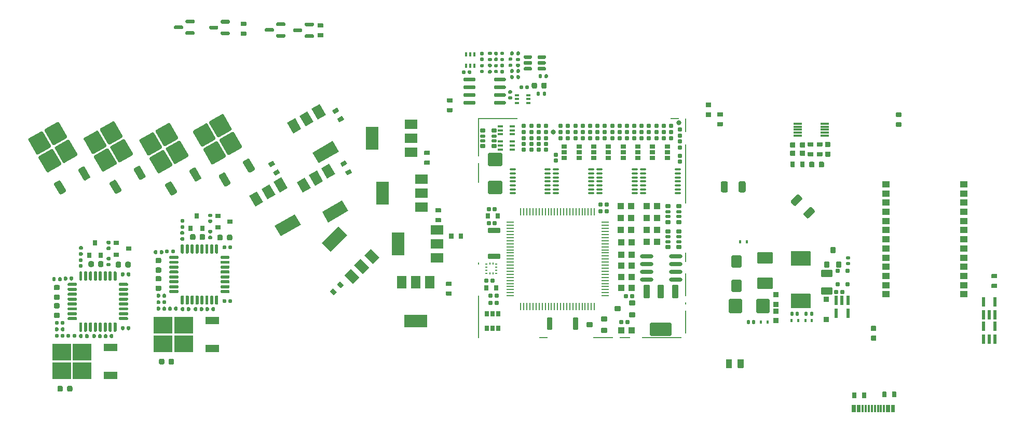
<source format=gtp>
G75*
G70*
%OFA0B0*%
%FSLAX25Y25*%
%IPPOS*%
%LPD*%
%AMOC8*
5,1,8,0,0,1.08239X$1,22.5*
%
%AMM164*
21,1,0.086610,0.073230,0.000000,-0.000000,180.000000*
21,1,0.069290,0.090550,0.000000,-0.000000,180.000000*
1,1,0.017320,-0.034650,0.036610*
1,1,0.017320,0.034650,0.036610*
1,1,0.017320,0.034650,-0.036610*
1,1,0.017320,-0.034650,-0.036610*
%
%AMM165*
21,1,0.094490,0.111020,0.000000,-0.000000,270.000000*
21,1,0.075590,0.129920,0.000000,-0.000000,270.000000*
1,1,0.018900,-0.055510,-0.037800*
1,1,0.018900,-0.055510,0.037800*
1,1,0.018900,0.055510,0.037800*
1,1,0.018900,0.055510,-0.037800*
%
%AMM166*
21,1,0.074800,0.083460,0.000000,-0.000000,270.000000*
21,1,0.059840,0.098430,0.000000,-0.000000,270.000000*
1,1,0.014960,-0.041730,-0.029920*
1,1,0.014960,-0.041730,0.029920*
1,1,0.014960,0.041730,0.029920*
1,1,0.014960,0.041730,-0.029920*
%
%AMM167*
21,1,0.078740,0.053540,0.000000,-0.000000,90.000000*
21,1,0.065350,0.066930,0.000000,-0.000000,90.000000*
1,1,0.013390,0.026770,0.032680*
1,1,0.013390,0.026770,-0.032680*
1,1,0.013390,-0.026770,-0.032680*
1,1,0.013390,-0.026770,0.032680*
%
%AMM168*
21,1,0.035430,0.030320,0.000000,-0.000000,0.000000*
21,1,0.028350,0.037400,0.000000,-0.000000,0.000000*
1,1,0.007090,0.014170,-0.015160*
1,1,0.007090,-0.014170,-0.015160*
1,1,0.007090,-0.014170,0.015160*
1,1,0.007090,0.014170,0.015160*
%
%AMM169*
21,1,0.021650,0.052760,0.000000,-0.000000,180.000000*
21,1,0.017320,0.057090,0.000000,-0.000000,180.000000*
1,1,0.004330,-0.008660,0.026380*
1,1,0.004330,0.008660,0.026380*
1,1,0.004330,0.008660,-0.026380*
1,1,0.004330,-0.008660,-0.026380*
%
%AMM170*
21,1,0.035830,0.026770,0.000000,-0.000000,270.000000*
21,1,0.029130,0.033470,0.000000,-0.000000,270.000000*
1,1,0.006690,-0.013390,-0.014570*
1,1,0.006690,-0.013390,0.014570*
1,1,0.006690,0.013390,0.014570*
1,1,0.006690,0.013390,-0.014570*
%
%AMM171*
21,1,0.070870,0.036220,0.000000,-0.000000,0.000000*
21,1,0.061810,0.045280,0.000000,-0.000000,0.000000*
1,1,0.009060,0.030910,-0.018110*
1,1,0.009060,-0.030910,-0.018110*
1,1,0.009060,-0.030910,0.018110*
1,1,0.009060,0.030910,0.018110*
%
%AMM172*
21,1,0.033470,0.026770,0.000000,-0.000000,270.000000*
21,1,0.026770,0.033470,0.000000,-0.000000,270.000000*
1,1,0.006690,-0.013390,-0.013390*
1,1,0.006690,-0.013390,0.013390*
1,1,0.006690,0.013390,0.013390*
1,1,0.006690,0.013390,-0.013390*
%
%AMM173*
21,1,0.015750,0.016540,0.000000,-0.000000,180.000000*
21,1,0.012600,0.019680,0.000000,-0.000000,180.000000*
1,1,0.003150,-0.006300,0.008270*
1,1,0.003150,0.006300,0.008270*
1,1,0.003150,0.006300,-0.008270*
1,1,0.003150,-0.006300,-0.008270*
%
%AMM174*
21,1,0.023620,0.018900,0.000000,-0.000000,0.000000*
21,1,0.018900,0.023620,0.000000,-0.000000,0.000000*
1,1,0.004720,0.009450,-0.009450*
1,1,0.004720,-0.009450,-0.009450*
1,1,0.004720,-0.009450,0.009450*
1,1,0.004720,0.009450,0.009450*
%
%AMM175*
21,1,0.019680,0.019680,0.000000,-0.000000,270.000000*
21,1,0.015750,0.023620,0.000000,-0.000000,270.000000*
1,1,0.003940,-0.009840,-0.007870*
1,1,0.003940,-0.009840,0.007870*
1,1,0.003940,0.009840,0.007870*
1,1,0.003940,0.009840,-0.007870*
%
%AMM176*
21,1,0.019680,0.019680,0.000000,-0.000000,180.000000*
21,1,0.015750,0.023620,0.000000,-0.000000,180.000000*
1,1,0.003940,-0.007870,0.009840*
1,1,0.003940,0.007870,0.009840*
1,1,0.003940,0.007870,-0.009840*
1,1,0.003940,-0.007870,-0.009840*
%
%AMM255*
21,1,0.025590,0.026380,-0.000000,-0.000000,90.000000*
21,1,0.020470,0.031500,-0.000000,-0.000000,90.000000*
1,1,0.005120,0.013190,0.010240*
1,1,0.005120,0.013190,-0.010240*
1,1,0.005120,-0.013190,-0.010240*
1,1,0.005120,-0.013190,0.010240*
%
%AMM256*
21,1,0.017720,0.027950,-0.000000,-0.000000,90.000000*
21,1,0.014170,0.031500,-0.000000,-0.000000,90.000000*
1,1,0.003540,0.013980,0.007090*
1,1,0.003540,0.013980,-0.007090*
1,1,0.003540,-0.013980,-0.007090*
1,1,0.003540,-0.013980,0.007090*
%
%AMM257*
21,1,0.012600,0.028980,-0.000000,-0.000000,270.000000*
21,1,0.010080,0.031500,-0.000000,-0.000000,270.000000*
1,1,0.002520,-0.014490,-0.005040*
1,1,0.002520,-0.014490,0.005040*
1,1,0.002520,0.014490,0.005040*
1,1,0.002520,0.014490,-0.005040*
%
%AMM258*
21,1,0.023620,0.030710,-0.000000,-0.000000,0.000000*
21,1,0.018900,0.035430,-0.000000,-0.000000,0.000000*
1,1,0.004720,0.009450,-0.015350*
1,1,0.004720,-0.009450,-0.015350*
1,1,0.004720,-0.009450,0.015350*
1,1,0.004720,0.009450,0.015350*
%
%AMM259*
21,1,0.027560,0.018900,-0.000000,-0.000000,270.000000*
21,1,0.022840,0.023620,-0.000000,-0.000000,270.000000*
1,1,0.004720,-0.009450,-0.011420*
1,1,0.004720,-0.009450,0.011420*
1,1,0.004720,0.009450,0.011420*
1,1,0.004720,0.009450,-0.011420*
%
%AMM260*
21,1,0.031500,0.072440,-0.000000,-0.000000,270.000000*
21,1,0.025200,0.078740,-0.000000,-0.000000,270.000000*
1,1,0.006300,-0.036220,-0.012600*
1,1,0.006300,-0.036220,0.012600*
1,1,0.006300,0.036220,0.012600*
1,1,0.006300,0.036220,-0.012600*
%
%AMM261*
21,1,0.027560,0.018900,-0.000000,-0.000000,0.000000*
21,1,0.022840,0.023620,-0.000000,-0.000000,0.000000*
1,1,0.004720,0.011420,-0.009450*
1,1,0.004720,-0.011420,-0.009450*
1,1,0.004720,-0.011420,0.009450*
1,1,0.004720,0.011420,0.009450*
%
%AMM262*
21,1,0.023620,0.030710,-0.000000,-0.000000,90.000000*
21,1,0.018900,0.035430,-0.000000,-0.000000,90.000000*
1,1,0.004720,0.015350,0.009450*
1,1,0.004720,0.015350,-0.009450*
1,1,0.004720,-0.015350,-0.009450*
1,1,0.004720,-0.015350,0.009450*
%
%AMM263*
21,1,0.035430,0.030320,-0.000000,-0.000000,90.000000*
21,1,0.028350,0.037400,-0.000000,-0.000000,90.000000*
1,1,0.007090,0.015160,0.014170*
1,1,0.007090,0.015160,-0.014170*
1,1,0.007090,-0.015160,-0.014170*
1,1,0.007090,-0.015160,0.014170*
%
%AMM264*
21,1,0.043310,0.075980,-0.000000,-0.000000,180.000000*
21,1,0.034650,0.084650,-0.000000,-0.000000,180.000000*
1,1,0.008660,-0.017320,0.037990*
1,1,0.008660,0.017320,0.037990*
1,1,0.008660,0.017320,-0.037990*
1,1,0.008660,-0.017320,-0.037990*
%
%AMM265*
21,1,0.039370,0.035430,-0.000000,-0.000000,180.000000*
21,1,0.031500,0.043310,-0.000000,-0.000000,180.000000*
1,1,0.007870,-0.015750,0.017720*
1,1,0.007870,0.015750,0.017720*
1,1,0.007870,0.015750,-0.017720*
1,1,0.007870,-0.015750,-0.017720*
%
%AMM266*
21,1,0.027560,0.030710,-0.000000,-0.000000,180.000000*
21,1,0.022050,0.036220,-0.000000,-0.000000,180.000000*
1,1,0.005510,-0.011020,0.015350*
1,1,0.005510,0.011020,0.015350*
1,1,0.005510,0.011020,-0.015350*
1,1,0.005510,-0.011020,-0.015350*
%
%AMM267*
21,1,0.031500,0.072440,-0.000000,-0.000000,180.000000*
21,1,0.025200,0.078740,-0.000000,-0.000000,180.000000*
1,1,0.006300,-0.012600,0.036220*
1,1,0.006300,0.012600,0.036220*
1,1,0.006300,0.012600,-0.036220*
1,1,0.006300,-0.012600,-0.036220*
%
%AMM268*
21,1,0.137800,0.067720,-0.000000,-0.000000,180.000000*
21,1,0.120870,0.084650,-0.000000,-0.000000,180.000000*
1,1,0.016930,-0.060430,0.033860*
1,1,0.016930,0.060430,0.033860*
1,1,0.016930,0.060430,-0.033860*
1,1,0.016930,-0.060430,-0.033860*
%
%AMM269*
21,1,0.043310,0.075990,-0.000000,-0.000000,180.000000*
21,1,0.034650,0.084650,-0.000000,-0.000000,180.000000*
1,1,0.008660,-0.017320,0.037990*
1,1,0.008660,0.017320,0.037990*
1,1,0.008660,0.017320,-0.037990*
1,1,0.008660,-0.017320,-0.037990*
%
%AMM270*
21,1,0.086610,0.073230,-0.000000,-0.000000,270.000000*
21,1,0.069290,0.090550,-0.000000,-0.000000,270.000000*
1,1,0.017320,-0.036610,-0.034650*
1,1,0.017320,-0.036610,0.034650*
1,1,0.017320,0.036610,0.034650*
1,1,0.017320,0.036610,-0.034650*
%
%AMM97*
21,1,0.021650,0.052760,-0.000000,0.000000,0.000000*
21,1,0.017320,0.057090,-0.000000,0.000000,0.000000*
1,1,0.004330,0.008660,-0.026380*
1,1,0.004330,-0.008660,-0.026380*
1,1,0.004330,-0.008660,0.026380*
1,1,0.004330,0.008660,0.026380*
%
%ADD11R,0.07874X0.05906*%
%ADD12R,0.07874X0.14961*%
%ADD140R,0.02559X0.01575*%
%ADD141R,0.01575X0.02559*%
%ADD143R,0.05512X0.01181*%
%ADD144R,0.03543X0.03150*%
%ADD148R,0.03150X0.03543*%
%ADD168O,0.04724X0.00866*%
%ADD169O,0.00866X0.04724*%
%ADD170O,0.04331X0.01181*%
%ADD173R,0.01378X0.00984*%
%ADD174R,0.00984X0.01378*%
%ADD179O,0.08661X0.02362*%
%ADD25R,0.05906X0.07874*%
%ADD257M97*%
%ADD26R,0.14961X0.07874*%
%ADD327M164*%
%ADD328M165*%
%ADD329M166*%
%ADD330M167*%
%ADD331M168*%
%ADD332M169*%
%ADD333M170*%
%ADD334M171*%
%ADD335M172*%
%ADD336M173*%
%ADD337M174*%
%ADD338M175*%
%ADD339M176*%
%ADD369R,0.08661X0.04724*%
%ADD373R,0.12008X0.10827*%
%ADD451M255*%
%ADD452M256*%
%ADD453M257*%
%ADD454M258*%
%ADD455M259*%
%ADD456M260*%
%ADD457M261*%
%ADD458M262*%
%ADD459M263*%
%ADD460M264*%
%ADD461M265*%
%ADD462M266*%
%ADD463M267*%
%ADD464M268*%
%ADD465M269*%
%ADD466M270*%
%ADD47R,0.01181X0.04528*%
%ADD50R,0.00787X0.14567*%
%ADD51R,0.00787X0.01575*%
%ADD52R,0.00787X0.06299*%
%ADD53R,0.00787X0.38189*%
%ADD54R,0.00787X0.09055*%
%ADD55R,0.05512X0.00787*%
%ADD56R,0.25197X0.00787*%
%ADD57R,0.06693X0.00787*%
%ADD58R,0.12992X0.00787*%
%ADD59R,0.00787X0.27559*%
%ADD60R,0.00787X0.12992*%
%ADD61R,0.00787X0.24803*%
%ADD62R,0.05118X0.03937*%
%ADD66C,0.03150*%
X0000000Y0000000D02*
%LPD*%
G01*
G36*
G01*
X0462500Y0062106D02*
X0462500Y0057185D01*
G75*
G02*
X0462106Y0056791I-000394J0000000D01*
G01*
X0458957Y0056791D01*
G75*
G02*
X0458563Y0057185I0000000J0000394D01*
G01*
X0458563Y0062106D01*
G75*
G02*
X0458957Y0062500I0000394J0000000D01*
G01*
X0462106Y0062500D01*
G75*
G02*
X0462500Y0062106I0000000J-000394D01*
G01*
G37*
G36*
G01*
X0455020Y0062106D02*
X0455020Y0057185D01*
G75*
G02*
X0454626Y0056791I-000394J0000000D01*
G01*
X0451476Y0056791D01*
G75*
G02*
X0451083Y0057185I0000000J0000394D01*
G01*
X0451083Y0062106D01*
G75*
G02*
X0451476Y0062500I0000394J0000000D01*
G01*
X0454626Y0062500D01*
G75*
G02*
X0455020Y0062106I0000000J-000394D01*
G01*
G37*
G36*
G01*
X0560571Y0221260D02*
X0563642Y0221260D01*
G75*
G02*
X0563917Y0220984I0000000J-000276D01*
G01*
X0563917Y0218780D01*
G75*
G02*
X0563642Y0218504I-000276J0000000D01*
G01*
X0560571Y0218504D01*
G75*
G02*
X0560295Y0218780I0000000J0000276D01*
G01*
X0560295Y0220984D01*
G75*
G02*
X0560571Y0221260I0000276J0000000D01*
G01*
G37*
G36*
G01*
X0560571Y0214961D02*
X0563642Y0214961D01*
G75*
G02*
X0563917Y0214685I0000000J-000276D01*
G01*
X0563917Y0212480D01*
G75*
G02*
X0563642Y0212205I-000276J0000000D01*
G01*
X0560571Y0212205D01*
G75*
G02*
X0560295Y0212480I0000000J0000276D01*
G01*
X0560295Y0214685D01*
G75*
G02*
X0560571Y0214961I0000276J0000000D01*
G01*
G37*
D11*
X0265453Y0127756D03*
X0265453Y0136811D03*
X0265453Y0145866D03*
D12*
X0240650Y0136811D03*
G36*
X0191112Y0185508D02*
G01*
X0196226Y0188461D01*
X0200163Y0181642D01*
X0195049Y0178689D01*
X0191112Y0185508D01*
G37*
G36*
X0183270Y0180980D02*
G01*
X0188384Y0183933D01*
X0192321Y0177114D01*
X0187207Y0174161D01*
X0183270Y0180980D01*
G37*
G36*
X0175428Y0176453D02*
G01*
X0180542Y0179406D01*
X0184479Y0172587D01*
X0179365Y0169634D01*
X0175428Y0176453D01*
G37*
G36*
X0191750Y0157237D02*
G01*
X0204706Y0164717D01*
X0208643Y0157898D01*
X0195687Y0150417D01*
X0191750Y0157237D01*
G37*
G36*
G01*
X0560531Y0041299D02*
X0560531Y0038228D01*
G75*
G02*
X0560256Y0037953I-000276J0000000D01*
G01*
X0558051Y0037953D01*
G75*
G02*
X0557776Y0038228I0000000J0000276D01*
G01*
X0557776Y0041299D01*
G75*
G02*
X0558051Y0041575I0000276J0000000D01*
G01*
X0560256Y0041575D01*
G75*
G02*
X0560531Y0041299I0000000J-000276D01*
G01*
G37*
G36*
G01*
X0554232Y0041299D02*
X0554232Y0038228D01*
G75*
G02*
X0553957Y0037953I-000276J0000000D01*
G01*
X0551752Y0037953D01*
G75*
G02*
X0551476Y0038228I0000000J0000276D01*
G01*
X0551476Y0041299D01*
G75*
G02*
X0551752Y0041575I0000276J0000000D01*
G01*
X0553957Y0041575D01*
G75*
G02*
X0554232Y0041299I0000000J-000276D01*
G01*
G37*
G36*
X0215712Y0115127D02*
G01*
X0211536Y0110951D01*
X0205968Y0116518D01*
X0210144Y0120694D01*
X0215712Y0115127D01*
G37*
G36*
X0222115Y0121529D02*
G01*
X0217939Y0117354D01*
X0212371Y0122921D01*
X0216547Y0127097D01*
X0222115Y0121529D01*
G37*
G36*
X0228518Y0127932D02*
G01*
X0224342Y0123757D01*
X0218774Y0129324D01*
X0222950Y0133500D01*
X0228518Y0127932D01*
G37*
G36*
X0207778Y0142269D02*
G01*
X0197199Y0131691D01*
X0191631Y0137258D01*
X0202210Y0147837D01*
X0207778Y0142269D01*
G37*
G36*
G01*
X0274665Y0103347D02*
X0271594Y0103347D01*
G75*
G02*
X0271319Y0103622I0000000J0000276D01*
G01*
X0271319Y0105827D01*
G75*
G02*
X0271594Y0106102I0000276J0000000D01*
G01*
X0274665Y0106102D01*
G75*
G02*
X0274941Y0105827I0000000J-000276D01*
G01*
X0274941Y0103622D01*
G75*
G02*
X0274665Y0103347I-000276J0000000D01*
G01*
G37*
G36*
G01*
X0274665Y0109646D02*
X0271594Y0109646D01*
G75*
G02*
X0271319Y0109921I0000000J0000276D01*
G01*
X0271319Y0112126D01*
G75*
G02*
X0271594Y0112402I0000276J0000000D01*
G01*
X0274665Y0112402D01*
G75*
G02*
X0274941Y0112126I0000000J-000276D01*
G01*
X0274941Y0109921D01*
G75*
G02*
X0274665Y0109646I-000276J0000000D01*
G01*
G37*
G36*
G01*
X0441398Y0218504D02*
X0438327Y0218504D01*
G75*
G02*
X0438051Y0218780I0000000J0000276D01*
G01*
X0438051Y0220984D01*
G75*
G02*
X0438327Y0221260I0000276J0000000D01*
G01*
X0441398Y0221260D01*
G75*
G02*
X0441673Y0220984I0000000J-000276D01*
G01*
X0441673Y0218780D01*
G75*
G02*
X0441398Y0218504I-000276J0000000D01*
G01*
G37*
G36*
G01*
X0441398Y0224803D02*
X0438327Y0224803D01*
G75*
G02*
X0438051Y0225079I0000000J0000276D01*
G01*
X0438051Y0227284D01*
G75*
G02*
X0438327Y0227559I0000276J0000000D01*
G01*
X0441398Y0227559D01*
G75*
G02*
X0441673Y0227284I0000000J-000276D01*
G01*
X0441673Y0225079D01*
G75*
G02*
X0441398Y0224803I-000276J0000000D01*
G01*
G37*
G36*
G01*
X0267776Y0150591D02*
X0264705Y0150591D01*
G75*
G02*
X0264429Y0150866I0000000J0000276D01*
G01*
X0264429Y0153071D01*
G75*
G02*
X0264705Y0153347I0000276J0000000D01*
G01*
X0267776Y0153347D01*
G75*
G02*
X0268051Y0153071I0000000J-000276D01*
G01*
X0268051Y0150866D01*
G75*
G02*
X0267776Y0150591I-000276J0000000D01*
G01*
G37*
G36*
G01*
X0267776Y0156890D02*
X0264705Y0156890D01*
G75*
G02*
X0264429Y0157165I0000000J0000276D01*
G01*
X0264429Y0159370D01*
G75*
G02*
X0264705Y0159646I0000276J0000000D01*
G01*
X0267776Y0159646D01*
G75*
G02*
X0268051Y0159370I0000000J-000276D01*
G01*
X0268051Y0157165D01*
G75*
G02*
X0267776Y0156890I-000276J0000000D01*
G01*
G37*
G36*
G01*
X0157332Y0188586D02*
X0159991Y0190122D01*
G75*
G02*
X0160368Y0190021I0000138J-000239D01*
G01*
X0161470Y0188112D01*
G75*
G02*
X0161369Y0187735I-000239J-000138D01*
G01*
X0158710Y0186200D01*
G75*
G02*
X0158333Y0186301I-000138J0000239D01*
G01*
X0157231Y0188210D01*
G75*
G02*
X0157332Y0188586I0000239J0000138D01*
G01*
G37*
G36*
G01*
X0160481Y0183131D02*
X0163141Y0184667D01*
G75*
G02*
X0163517Y0184566I0000138J-000239D01*
G01*
X0164620Y0182656D01*
G75*
G02*
X0164519Y0182280I-000239J-000138D01*
G01*
X0161859Y0180745D01*
G75*
G02*
X0161483Y0180845I-000138J0000239D01*
G01*
X0160380Y0182755D01*
G75*
G02*
X0160481Y0183131I0000239J0000138D01*
G01*
G37*
D25*
X0260925Y0112008D03*
X0251870Y0112008D03*
X0242815Y0112008D03*
D26*
X0251870Y0087205D03*
G36*
X0160600Y0176650D02*
G01*
X0165714Y0179603D01*
X0169651Y0172783D01*
X0164537Y0169831D01*
X0160600Y0176650D01*
G37*
G36*
X0152758Y0172122D02*
G01*
X0157872Y0175075D01*
X0161809Y0168256D01*
X0156695Y0165303D01*
X0152758Y0172122D01*
G37*
G36*
X0144916Y0167595D02*
G01*
X0150030Y0170547D01*
X0153967Y0163728D01*
X0148853Y0160776D01*
X0144916Y0167595D01*
G37*
G36*
X0161238Y0148378D02*
G01*
X0174195Y0155859D01*
X0178132Y0149039D01*
X0165175Y0141559D01*
X0161238Y0148378D01*
G37*
D11*
X0248720Y0195669D03*
X0248720Y0204725D03*
X0248720Y0213780D03*
D12*
X0223917Y0204725D03*
G36*
G01*
X0142776Y0270669D02*
X0139705Y0270669D01*
G75*
G02*
X0139429Y0270945I0000000J0000276D01*
G01*
X0139429Y0273150D01*
G75*
G02*
X0139705Y0273425I0000276J0000000D01*
G01*
X0142776Y0273425D01*
G75*
G02*
X0143051Y0273150I0000000J-000276D01*
G01*
X0143051Y0270945D01*
G75*
G02*
X0142776Y0270669I-000276J0000000D01*
G01*
G37*
G36*
G01*
X0142776Y0276969D02*
X0139705Y0276969D01*
G75*
G02*
X0139429Y0277244I0000000J0000276D01*
G01*
X0139429Y0279449D01*
G75*
G02*
X0139705Y0279725I0000276J0000000D01*
G01*
X0142776Y0279725D01*
G75*
G02*
X0143051Y0279449I0000000J-000276D01*
G01*
X0143051Y0277244D01*
G75*
G02*
X0142776Y0276969I-000276J0000000D01*
G01*
G37*
G36*
G01*
X0547303Y0074351D02*
X0544626Y0074351D01*
G75*
G02*
X0544291Y0074685I0000000J0000335D01*
G01*
X0544291Y0077362D01*
G75*
G02*
X0544626Y0077697I0000335J0000000D01*
G01*
X0547303Y0077697D01*
G75*
G02*
X0547638Y0077362I0000000J-000335D01*
G01*
X0547638Y0074685D01*
G75*
G02*
X0547303Y0074351I-000335J0000000D01*
G01*
G37*
G36*
G01*
X0547303Y0080571D02*
X0544626Y0080571D01*
G75*
G02*
X0544291Y0080906I0000000J0000335D01*
G01*
X0544291Y0083583D01*
G75*
G02*
X0544626Y0083917I0000335J0000000D01*
G01*
X0547303Y0083917D01*
G75*
G02*
X0547638Y0083583I0000000J-000335D01*
G01*
X0547638Y0080906D01*
G75*
G02*
X0547303Y0080571I-000335J0000000D01*
G01*
G37*
G36*
X0185009Y0223697D02*
G01*
X0190124Y0226650D01*
X0194061Y0219831D01*
X0188946Y0216878D01*
X0185009Y0223697D01*
G37*
G36*
X0177167Y0219169D02*
G01*
X0182282Y0222122D01*
X0186219Y0215303D01*
X0181104Y0212350D01*
X0177167Y0219169D01*
G37*
G36*
X0169325Y0214642D02*
G01*
X0174440Y0217595D01*
X0178377Y0210776D01*
X0173262Y0207823D01*
X0169325Y0214642D01*
G37*
G36*
X0185648Y0195426D02*
G01*
X0198604Y0202906D01*
X0202541Y0196087D01*
X0189585Y0188606D01*
X0185648Y0195426D01*
G37*
G36*
G01*
X0273327Y0140197D02*
X0273327Y0143268D01*
G75*
G02*
X0273602Y0143543I0000276J0000000D01*
G01*
X0275807Y0143543D01*
G75*
G02*
X0276083Y0143268I0000000J-000276D01*
G01*
X0276083Y0140197D01*
G75*
G02*
X0275807Y0139921I-000276J0000000D01*
G01*
X0273602Y0139921D01*
G75*
G02*
X0273327Y0140197I0000000J0000276D01*
G01*
G37*
G36*
G01*
X0279626Y0140197D02*
X0279626Y0143268D01*
G75*
G02*
X0279902Y0143543I0000276J0000000D01*
G01*
X0282106Y0143543D01*
G75*
G02*
X0282382Y0143268I0000000J-000276D01*
G01*
X0282382Y0140197D01*
G75*
G02*
X0282106Y0139921I-000276J0000000D01*
G01*
X0279902Y0139921D01*
G75*
G02*
X0279626Y0140197I0000000J0000276D01*
G01*
G37*
G36*
G01*
X0199164Y0103784D02*
X0196992Y0105955D01*
G75*
G02*
X0196992Y0106345I0000195J0000195D01*
G01*
X0198551Y0107904D01*
G75*
G02*
X0198941Y0107904I0000195J-000195D01*
G01*
X0201112Y0105733D01*
G75*
G02*
X0201112Y0105343I-000195J-000195D01*
G01*
X0199553Y0103784D01*
G75*
G02*
X0199164Y0103784I-000195J0000195D01*
G01*
G37*
G36*
G01*
X0203618Y0108238D02*
X0201447Y0110409D01*
G75*
G02*
X0201447Y0110799I0000195J0000195D01*
G01*
X0203006Y0112358D01*
G75*
G02*
X0203395Y0112358I0000195J-000195D01*
G01*
X0205567Y0110187D01*
G75*
G02*
X0205567Y0109797I-000195J-000195D01*
G01*
X0204008Y0108238D01*
G75*
G02*
X0203618Y0108238I-000195J0000195D01*
G01*
G37*
D47*
X0532579Y0030788D03*
X0535728Y0030788D03*
X0540846Y0030788D03*
X0544783Y0030788D03*
X0546752Y0030788D03*
X0550689Y0030788D03*
X0555807Y0030788D03*
X0558957Y0030788D03*
X0557776Y0030788D03*
X0554626Y0030788D03*
X0552657Y0030788D03*
X0548720Y0030788D03*
X0542815Y0030788D03*
X0538878Y0030788D03*
X0536909Y0030788D03*
X0533760Y0030788D03*
G36*
G01*
X0098112Y0169344D02*
X0095725Y0167966D01*
G75*
G02*
X0094381Y0168326I-000492J0000852D01*
G01*
X0091034Y0174122D01*
G75*
G02*
X0091394Y0175467I0000852J0000492D01*
G01*
X0093781Y0176845D01*
G75*
G02*
X0095126Y0176485I0000492J-000852D01*
G01*
X0098472Y0170688D01*
G75*
G02*
X0098112Y0169344I-000852J-000492D01*
G01*
G37*
G36*
G01*
X0095061Y0186676D02*
X0087389Y0182247D01*
G75*
G02*
X0086045Y0182607I-000492J0000852D01*
G01*
X0081025Y0191301D01*
G75*
G02*
X0081385Y0192646I0000852J0000492D01*
G01*
X0089057Y0197075D01*
G75*
G02*
X0090401Y0196715I0000492J-000852D01*
G01*
X0095421Y0188020D01*
G75*
G02*
X0095061Y0186676I-000852J-000492D01*
G01*
G37*
G36*
G01*
X0105460Y0192680D02*
X0097788Y0188251D01*
G75*
G02*
X0096444Y0188611I-000492J0000852D01*
G01*
X0091424Y0197305D01*
G75*
G02*
X0091784Y0198650I0000852J0000492D01*
G01*
X0099456Y0203079D01*
G75*
G02*
X0100800Y0202719I0000492J-000852D01*
G01*
X0105820Y0194024D01*
G75*
G02*
X0105460Y0192680I-000852J-000492D01*
G01*
G37*
G36*
G01*
X0088466Y0198098D02*
X0080795Y0193669D01*
G75*
G02*
X0079450Y0194029I-000492J0000852D01*
G01*
X0074430Y0202723D01*
G75*
G02*
X0074791Y0204068I0000852J0000492D01*
G01*
X0082462Y0208497D01*
G75*
G02*
X0083807Y0208137I0000492J-000852D01*
G01*
X0088826Y0199442D01*
G75*
G02*
X0088466Y0198098I-000852J-000492D01*
G01*
G37*
G36*
G01*
X0098865Y0204102D02*
X0091194Y0199673D01*
G75*
G02*
X0089849Y0200033I-000492J0000852D01*
G01*
X0084830Y0208727D01*
G75*
G02*
X0085190Y0210072I0000852J0000492D01*
G01*
X0092861Y0214501D01*
G75*
G02*
X0094206Y0214141I0000492J-000852D01*
G01*
X0099226Y0205446D01*
G75*
G02*
X0098865Y0204102I-000852J-000492D01*
G01*
G37*
G36*
G01*
X0113659Y0178320D02*
X0111273Y0176942D01*
G75*
G02*
X0109928Y0177303I-000492J0000852D01*
G01*
X0106582Y0183099D01*
G75*
G02*
X0106942Y0184443I0000852J0000492D01*
G01*
X0109329Y0185821D01*
G75*
G02*
X0110673Y0185461I0000492J-000852D01*
G01*
X0114020Y0179665D01*
G75*
G02*
X0113659Y0178320I-000852J-000492D01*
G01*
G37*
G36*
G01*
X0109842Y0273032D02*
X0109842Y0271851D01*
G75*
G02*
X0109252Y0271260I-000591J0000000D01*
G01*
X0104626Y0271260D01*
G75*
G02*
X0104035Y0271851I0000000J0000591D01*
G01*
X0104035Y0273032D01*
G75*
G02*
X0104626Y0273622I0000591J0000000D01*
G01*
X0109252Y0273622D01*
G75*
G02*
X0109842Y0273032I0000000J-000591D01*
G01*
G37*
G36*
G01*
X0102461Y0276772D02*
X0102461Y0275591D01*
G75*
G02*
X0101870Y0275000I-000591J0000000D01*
G01*
X0097244Y0275000D01*
G75*
G02*
X0096654Y0275591I0000000J0000591D01*
G01*
X0096654Y0276772D01*
G75*
G02*
X0097244Y0277362I0000591J0000000D01*
G01*
X0101870Y0277362D01*
G75*
G02*
X0102461Y0276772I0000000J-000591D01*
G01*
G37*
G36*
G01*
X0109842Y0280512D02*
X0109842Y0279331D01*
G75*
G02*
X0109252Y0278740I-000591J0000000D01*
G01*
X0104626Y0278740D01*
G75*
G02*
X0104035Y0279331I0000000J0000591D01*
G01*
X0104035Y0280512D01*
G75*
G02*
X0104626Y0281102I0000591J0000000D01*
G01*
X0109252Y0281102D01*
G75*
G02*
X0109842Y0280512I0000000J-000591D01*
G01*
G37*
G36*
G01*
X0272185Y0230512D02*
X0275256Y0230512D01*
G75*
G02*
X0275531Y0230236I0000000J-000276D01*
G01*
X0275531Y0228032D01*
G75*
G02*
X0275256Y0227756I-000276J0000000D01*
G01*
X0272185Y0227756D01*
G75*
G02*
X0271909Y0228032I0000000J0000276D01*
G01*
X0271909Y0230236D01*
G75*
G02*
X0272185Y0230512I0000276J0000000D01*
G01*
G37*
G36*
G01*
X0272185Y0224213D02*
X0275256Y0224213D01*
G75*
G02*
X0275531Y0223937I0000000J-000276D01*
G01*
X0275531Y0221732D01*
G75*
G02*
X0275256Y0221457I-000276J0000000D01*
G01*
X0272185Y0221457D01*
G75*
G02*
X0271909Y0221732I0000000J0000276D01*
G01*
X0271909Y0223937D01*
G75*
G02*
X0272185Y0224213I0000276J0000000D01*
G01*
G37*
G36*
G01*
X0132561Y0175053D02*
X0130174Y0173675D01*
G75*
G02*
X0128829Y0174035I-000492J0000852D01*
G01*
X0125483Y0179831D01*
G75*
G02*
X0125843Y0181176I0000852J0000492D01*
G01*
X0128230Y0182554D01*
G75*
G02*
X0129574Y0182193I0000492J-000852D01*
G01*
X0132921Y0176397D01*
G75*
G02*
X0132561Y0175053I-000852J-000492D01*
G01*
G37*
G36*
G01*
X0129509Y0192384D02*
X0121838Y0187955D01*
G75*
G02*
X0120493Y0188316I-000492J0000852D01*
G01*
X0115474Y0197010D01*
G75*
G02*
X0115834Y0198354I0000852J0000492D01*
G01*
X0123505Y0202784D01*
G75*
G02*
X0124850Y0202423I0000492J-000852D01*
G01*
X0129870Y0193729D01*
G75*
G02*
X0129509Y0192384I-000852J-000492D01*
G01*
G37*
G36*
G01*
X0139909Y0198388D02*
X0132237Y0193959D01*
G75*
G02*
X0130893Y0194320I-000492J0000852D01*
G01*
X0125873Y0203014D01*
G75*
G02*
X0126233Y0204358I0000852J0000492D01*
G01*
X0133905Y0208788D01*
G75*
G02*
X0135249Y0208427I0000492J-000852D01*
G01*
X0140269Y0199733D01*
G75*
G02*
X0139909Y0198388I-000852J-000492D01*
G01*
G37*
G36*
G01*
X0122915Y0203806D02*
X0115243Y0199377D01*
G75*
G02*
X0113899Y0199738I-000492J0000852D01*
G01*
X0108879Y0208432D01*
G75*
G02*
X0109240Y0209776I0000852J0000492D01*
G01*
X0116911Y0214206D01*
G75*
G02*
X0118256Y0213845I0000492J-000852D01*
G01*
X0123275Y0205151D01*
G75*
G02*
X0122915Y0203806I-000852J-000492D01*
G01*
G37*
G36*
G01*
X0133314Y0209810D02*
X0125643Y0205381D01*
G75*
G02*
X0124298Y0205742I-000492J0000852D01*
G01*
X0119278Y0214436D01*
G75*
G02*
X0119639Y0215780I0000852J0000492D01*
G01*
X0127310Y0220210D01*
G75*
G02*
X0128655Y0219849I0000492J-000852D01*
G01*
X0133674Y0211155D01*
G75*
G02*
X0133314Y0209810I-000852J-000492D01*
G01*
G37*
G36*
G01*
X0148108Y0184029D02*
X0145721Y0182651D01*
G75*
G02*
X0144377Y0183011I-000492J0000852D01*
G01*
X0141030Y0188807D01*
G75*
G02*
X0141391Y0190152I0000852J0000492D01*
G01*
X0143777Y0191530D01*
G75*
G02*
X0145122Y0191170I0000492J-000852D01*
G01*
X0148468Y0185373D01*
G75*
G02*
X0148108Y0184029I-000852J-000492D01*
G01*
G37*
G36*
G01*
X0192185Y0269685D02*
X0189114Y0269685D01*
G75*
G02*
X0188839Y0269961I0000000J0000276D01*
G01*
X0188839Y0272165D01*
G75*
G02*
X0189114Y0272441I0000276J0000000D01*
G01*
X0192185Y0272441D01*
G75*
G02*
X0192461Y0272165I0000000J-000276D01*
G01*
X0192461Y0269961D01*
G75*
G02*
X0192185Y0269685I-000276J0000000D01*
G01*
G37*
G36*
G01*
X0192185Y0275984D02*
X0189114Y0275984D01*
G75*
G02*
X0188839Y0276260I0000000J0000276D01*
G01*
X0188839Y0278465D01*
G75*
G02*
X0189114Y0278740I0000276J0000000D01*
G01*
X0192185Y0278740D01*
G75*
G02*
X0192461Y0278465I0000000J-000276D01*
G01*
X0192461Y0276260D01*
G75*
G02*
X0192185Y0275984I-000276J0000000D01*
G01*
G37*
G36*
G01*
X0625059Y0108268D02*
X0621988Y0108268D01*
G75*
G02*
X0621713Y0108543I0000000J0000276D01*
G01*
X0621713Y0110748D01*
G75*
G02*
X0621988Y0111024I0000276J0000000D01*
G01*
X0625059Y0111024D01*
G75*
G02*
X0625335Y0110748I0000000J-000276D01*
G01*
X0625335Y0108543D01*
G75*
G02*
X0625059Y0108268I-000276J0000000D01*
G01*
G37*
G36*
G01*
X0625059Y0114567D02*
X0621988Y0114567D01*
G75*
G02*
X0621713Y0114843I0000000J0000276D01*
G01*
X0621713Y0117047D01*
G75*
G02*
X0621988Y0117323I0000276J0000000D01*
G01*
X0625059Y0117323D01*
G75*
G02*
X0625335Y0117047I0000000J-000276D01*
G01*
X0625335Y0114843D01*
G75*
G02*
X0625059Y0114567I-000276J0000000D01*
G01*
G37*
G36*
G01*
X0062416Y0170380D02*
X0060029Y0169002D01*
G75*
G02*
X0058684Y0169362I-000492J0000852D01*
G01*
X0055338Y0175158D01*
G75*
G02*
X0055698Y0176503I0000852J0000492D01*
G01*
X0058085Y0177881D01*
G75*
G02*
X0059429Y0177520I0000492J-000852D01*
G01*
X0062776Y0171724D01*
G75*
G02*
X0062416Y0170380I-000852J-000492D01*
G01*
G37*
G36*
G01*
X0059365Y0187712D02*
X0051693Y0183282D01*
G75*
G02*
X0050349Y0183643I-000492J0000852D01*
G01*
X0045329Y0192337D01*
G75*
G02*
X0045689Y0193682I0000852J0000492D01*
G01*
X0053361Y0198111D01*
G75*
G02*
X0054705Y0197750I0000492J-000852D01*
G01*
X0059725Y0189056D01*
G75*
G02*
X0059365Y0187712I-000852J-000492D01*
G01*
G37*
G36*
G01*
X0069764Y0193716D02*
X0062092Y0189286D01*
G75*
G02*
X0060748Y0189647I-000492J0000852D01*
G01*
X0055728Y0198341D01*
G75*
G02*
X0056088Y0199686I0000852J0000492D01*
G01*
X0063760Y0204115D01*
G75*
G02*
X0065104Y0203754I0000492J-000852D01*
G01*
X0070124Y0195060D01*
G75*
G02*
X0069764Y0193716I-000852J-000492D01*
G01*
G37*
G36*
G01*
X0052770Y0199134D02*
X0045099Y0194704D01*
G75*
G02*
X0043754Y0195065I-000492J0000852D01*
G01*
X0038734Y0203759D01*
G75*
G02*
X0039095Y0205104I0000852J0000492D01*
G01*
X0046766Y0209533D01*
G75*
G02*
X0048111Y0209172I0000492J-000852D01*
G01*
X0053130Y0200478D01*
G75*
G02*
X0052770Y0199134I-000852J-000492D01*
G01*
G37*
G36*
G01*
X0063169Y0205138D02*
X0055498Y0200708D01*
G75*
G02*
X0054153Y0201069I-000492J0000852D01*
G01*
X0049133Y0209763D01*
G75*
G02*
X0049494Y0211108I0000852J0000492D01*
G01*
X0057165Y0215537D01*
G75*
G02*
X0058510Y0215176I0000492J-000852D01*
G01*
X0063529Y0206482D01*
G75*
G02*
X0063169Y0205138I-000852J-000492D01*
G01*
G37*
G36*
G01*
X0077963Y0179356D02*
X0075576Y0177978D01*
G75*
G02*
X0074232Y0178338I-000492J0000852D01*
G01*
X0070885Y0184135D01*
G75*
G02*
X0071246Y0185479I0000852J0000492D01*
G01*
X0073632Y0186857D01*
G75*
G02*
X0074977Y0186497I0000492J-000852D01*
G01*
X0078323Y0180701D01*
G75*
G02*
X0077963Y0179356I-000852J-000492D01*
G01*
G37*
G36*
G01*
X0132431Y0272835D02*
X0132431Y0271654D01*
G75*
G02*
X0131841Y0271063I-000591J0000000D01*
G01*
X0127215Y0271063D01*
G75*
G02*
X0126624Y0271654I0000000J0000591D01*
G01*
X0126624Y0272835D01*
G75*
G02*
X0127215Y0273425I0000591J0000000D01*
G01*
X0131841Y0273425D01*
G75*
G02*
X0132431Y0272835I0000000J-000591D01*
G01*
G37*
G36*
G01*
X0125049Y0276575D02*
X0125049Y0275394D01*
G75*
G02*
X0124459Y0274803I-000591J0000000D01*
G01*
X0119833Y0274803D01*
G75*
G02*
X0119242Y0275394I0000000J0000591D01*
G01*
X0119242Y0276575D01*
G75*
G02*
X0119833Y0277165I0000591J0000000D01*
G01*
X0124459Y0277165D01*
G75*
G02*
X0125049Y0276575I0000000J-000591D01*
G01*
G37*
G36*
G01*
X0132431Y0280315D02*
X0132431Y0279134D01*
G75*
G02*
X0131841Y0278543I-000591J0000000D01*
G01*
X0127215Y0278543D01*
G75*
G02*
X0126624Y0279134I0000000J0000591D01*
G01*
X0126624Y0280315D01*
G75*
G02*
X0127215Y0280906I0000591J0000000D01*
G01*
X0131841Y0280906D01*
G75*
G02*
X0132431Y0280315I0000000J-000591D01*
G01*
G37*
G36*
G01*
X0260689Y0187599D02*
X0257618Y0187599D01*
G75*
G02*
X0257342Y0187874I0000000J0000276D01*
G01*
X0257342Y0190079D01*
G75*
G02*
X0257618Y0190354I0000276J0000000D01*
G01*
X0260689Y0190354D01*
G75*
G02*
X0260965Y0190079I0000000J-000276D01*
G01*
X0260965Y0187874D01*
G75*
G02*
X0260689Y0187599I-000276J0000000D01*
G01*
G37*
G36*
G01*
X0260689Y0193898D02*
X0257618Y0193898D01*
G75*
G02*
X0257342Y0194173I0000000J0000276D01*
G01*
X0257342Y0196378D01*
G75*
G02*
X0257618Y0196654I0000276J0000000D01*
G01*
X0260689Y0196654D01*
G75*
G02*
X0260965Y0196378I0000000J-000276D01*
G01*
X0260965Y0194173D01*
G75*
G02*
X0260689Y0193898I-000276J0000000D01*
G01*
G37*
G36*
G01*
X0168110Y0271260D02*
X0168110Y0270079D01*
G75*
G02*
X0167520Y0269488I-000591J0000000D01*
G01*
X0162894Y0269488D01*
G75*
G02*
X0162303Y0270079I0000000J0000591D01*
G01*
X0162303Y0271260D01*
G75*
G02*
X0162894Y0271851I0000591J0000000D01*
G01*
X0167520Y0271851D01*
G75*
G02*
X0168110Y0271260I0000000J-000591D01*
G01*
G37*
G36*
G01*
X0160728Y0275000D02*
X0160728Y0273819D01*
G75*
G02*
X0160138Y0273228I-000591J0000000D01*
G01*
X0155512Y0273228D01*
G75*
G02*
X0154921Y0273819I0000000J0000591D01*
G01*
X0154921Y0275000D01*
G75*
G02*
X0155512Y0275591I0000591J0000000D01*
G01*
X0160138Y0275591D01*
G75*
G02*
X0160728Y0275000I0000000J-000591D01*
G01*
G37*
G36*
G01*
X0168110Y0278740D02*
X0168110Y0277559D01*
G75*
G02*
X0167520Y0276969I-000591J0000000D01*
G01*
X0162894Y0276969D01*
G75*
G02*
X0162303Y0277559I0000000J0000591D01*
G01*
X0162303Y0278740D01*
G75*
G02*
X0162894Y0279331I0000591J0000000D01*
G01*
X0167520Y0279331D01*
G75*
G02*
X0168110Y0278740I0000000J-000591D01*
G01*
G37*
D11*
X0255413Y0160236D03*
X0255413Y0169291D03*
X0255413Y0178347D03*
D12*
X0230610Y0169291D03*
G36*
G01*
X0205660Y0216532D02*
X0203001Y0214996D01*
G75*
G02*
X0202624Y0215097I-000138J0000239D01*
G01*
X0201522Y0217007D01*
G75*
G02*
X0201623Y0217383I0000239J0000138D01*
G01*
X0204282Y0218919D01*
G75*
G02*
X0204659Y0218818I0000138J-000239D01*
G01*
X0205761Y0216908D01*
G75*
G02*
X0205660Y0216532I-000239J-000138D01*
G01*
G37*
G36*
G01*
X0202511Y0221987D02*
X0199851Y0220452D01*
G75*
G02*
X0199475Y0220553I-000138J0000239D01*
G01*
X0198373Y0222462D01*
G75*
G02*
X0198473Y0222838I0000239J0000138D01*
G01*
X0201133Y0224374D01*
G75*
G02*
X0201509Y0224273I0000138J-000239D01*
G01*
X0202612Y0222364D01*
G75*
G02*
X0202511Y0221987I-000239J-000138D01*
G01*
G37*
G36*
G01*
X0186417Y0271063D02*
X0186417Y0269882D01*
G75*
G02*
X0185827Y0269291I-000591J0000000D01*
G01*
X0181201Y0269291D01*
G75*
G02*
X0180610Y0269882I0000000J0000591D01*
G01*
X0180610Y0271063D01*
G75*
G02*
X0181201Y0271654I0000591J0000000D01*
G01*
X0185827Y0271654D01*
G75*
G02*
X0186417Y0271063I0000000J-000591D01*
G01*
G37*
G36*
G01*
X0179035Y0274803D02*
X0179035Y0273622D01*
G75*
G02*
X0178445Y0273032I-000591J0000000D01*
G01*
X0173819Y0273032D01*
G75*
G02*
X0173228Y0273622I0000000J0000591D01*
G01*
X0173228Y0274803D01*
G75*
G02*
X0173819Y0275394I0000591J0000000D01*
G01*
X0178445Y0275394D01*
G75*
G02*
X0179035Y0274803I0000000J-000591D01*
G01*
G37*
G36*
G01*
X0186417Y0278543D02*
X0186417Y0277362D01*
G75*
G02*
X0185827Y0276772I-000591J0000000D01*
G01*
X0181201Y0276772D01*
G75*
G02*
X0180610Y0277362I0000000J0000591D01*
G01*
X0180610Y0278543D01*
G75*
G02*
X0181201Y0279134I0000591J0000000D01*
G01*
X0185827Y0279134D01*
G75*
G02*
X0186417Y0278543I0000000J-000591D01*
G01*
G37*
G36*
G01*
X0451457Y0169882D02*
X0448740Y0169882D01*
G75*
G02*
X0447835Y0170788I0000000J0000906D01*
G01*
X0447835Y0176063D01*
G75*
G02*
X0448740Y0176969I0000906J0000000D01*
G01*
X0451457Y0176969D01*
G75*
G02*
X0452362Y0176063I0000000J-000906D01*
G01*
X0452362Y0170788D01*
G75*
G02*
X0451457Y0169882I-000906J0000000D01*
G01*
G37*
G36*
G01*
X0462874Y0169882D02*
X0460157Y0169882D01*
G75*
G02*
X0459252Y0170788I0000000J0000906D01*
G01*
X0459252Y0176063D01*
G75*
G02*
X0460157Y0176969I0000906J0000000D01*
G01*
X0462874Y0176969D01*
G75*
G02*
X0463780Y0176063I0000000J-000906D01*
G01*
X0463780Y0170788D01*
G75*
G02*
X0462874Y0169882I-000906J0000000D01*
G01*
G37*
D62*
X0553888Y0175099D03*
X0553888Y0169193D03*
X0553888Y0163288D03*
X0553888Y0157382D03*
X0553888Y0151477D03*
X0553888Y0145571D03*
X0553888Y0139665D03*
X0553888Y0133760D03*
X0553888Y0127854D03*
X0553888Y0121949D03*
X0553888Y0116043D03*
X0553888Y0110138D03*
X0553888Y0104232D03*
X0603888Y0104232D03*
X0603888Y0110138D03*
X0603888Y0116043D03*
X0603888Y0121949D03*
X0603888Y0127854D03*
X0603888Y0133760D03*
X0603888Y0139665D03*
X0603888Y0145571D03*
X0603888Y0151477D03*
X0603888Y0157382D03*
X0603888Y0163288D03*
X0603888Y0169193D03*
X0603888Y0175099D03*
G36*
G01*
X0026786Y0169986D02*
X0024399Y0168608D01*
G75*
G02*
X0023054Y0168968I-000492J0000852D01*
G01*
X0019708Y0174765D01*
G75*
G02*
X0020068Y0176109I0000852J0000492D01*
G01*
X0022455Y0177487D01*
G75*
G02*
X0023799Y0177127I0000492J-000852D01*
G01*
X0027146Y0171331D01*
G75*
G02*
X0026786Y0169986I-000852J-000492D01*
G01*
G37*
G36*
G01*
X0023735Y0187318D02*
X0016063Y0182889D01*
G75*
G02*
X0014719Y0183249I-000492J0000852D01*
G01*
X0009699Y0191943D01*
G75*
G02*
X0010059Y0193288I0000852J0000492D01*
G01*
X0017731Y0197717D01*
G75*
G02*
X0019075Y0197357I0000492J-000852D01*
G01*
X0024095Y0188662D01*
G75*
G02*
X0023735Y0187318I-000852J-000492D01*
G01*
G37*
G36*
G01*
X0034134Y0193322D02*
X0026462Y0188893D01*
G75*
G02*
X0025118Y0189253I-000492J0000852D01*
G01*
X0020098Y0197947D01*
G75*
G02*
X0020458Y0199292I0000852J0000492D01*
G01*
X0028130Y0203721D01*
G75*
G02*
X0029474Y0203361I0000492J-000852D01*
G01*
X0034494Y0194666D01*
G75*
G02*
X0034134Y0193322I-000852J-000492D01*
G01*
G37*
G36*
G01*
X0017140Y0198740D02*
X0009469Y0194311D01*
G75*
G02*
X0008124Y0194671I-000492J0000852D01*
G01*
X0003104Y0203365D01*
G75*
G02*
X0003465Y0204710I0000852J0000492D01*
G01*
X0011136Y0209139D01*
G75*
G02*
X0012481Y0208779I0000492J-000852D01*
G01*
X0017500Y0200084D01*
G75*
G02*
X0017140Y0198740I-000852J-000492D01*
G01*
G37*
G36*
G01*
X0027539Y0204744D02*
X0019868Y0200315D01*
G75*
G02*
X0018523Y0200675I-000492J0000852D01*
G01*
X0013504Y0209369D01*
G75*
G02*
X0013864Y0210714I0000852J0000492D01*
G01*
X0021535Y0215143D01*
G75*
G02*
X0022880Y0214783I0000492J-000852D01*
G01*
X0027899Y0206088D01*
G75*
G02*
X0027539Y0204744I-000852J-000492D01*
G01*
G37*
G36*
G01*
X0042333Y0178962D02*
X0039947Y0177584D01*
G75*
G02*
X0038602Y0177945I-000492J0000852D01*
G01*
X0035256Y0183741D01*
G75*
G02*
X0035616Y0185085I0000852J0000492D01*
G01*
X0038003Y0186463D01*
G75*
G02*
X0039347Y0186103I0000492J-000852D01*
G01*
X0042693Y0180307D01*
G75*
G02*
X0042333Y0178962I-000852J-000492D01*
G01*
G37*
G36*
G01*
X0494910Y0161398D02*
X0492990Y0163318D01*
G75*
G02*
X0492990Y0164599I0000640J0000640D01*
G01*
X0496720Y0168329D01*
G75*
G02*
X0498001Y0168329I0000640J-000640D01*
G01*
X0499921Y0166409D01*
G75*
G02*
X0499921Y0165128I-000640J-000640D01*
G01*
X0496191Y0161398D01*
G75*
G02*
X0494910Y0161398I-000640J0000640D01*
G01*
G37*
G36*
G01*
X0502984Y0153324D02*
X0501063Y0155245D01*
G75*
G02*
X0501063Y0156526I0000640J0000640D01*
G01*
X0504793Y0160256D01*
G75*
G02*
X0506074Y0160256I0000640J-000640D01*
G01*
X0507995Y0158335D01*
G75*
G02*
X0507995Y0157055I-000640J-000640D01*
G01*
X0504264Y0153324D01*
G75*
G02*
X0502984Y0153324I-000640J0000640D01*
G01*
G37*
G36*
G01*
X0448878Y0212402D02*
X0445807Y0212402D01*
G75*
G02*
X0445531Y0212677I0000000J0000276D01*
G01*
X0445531Y0214882D01*
G75*
G02*
X0445807Y0215158I0000276J0000000D01*
G01*
X0448878Y0215158D01*
G75*
G02*
X0449154Y0214882I0000000J-000276D01*
G01*
X0449154Y0212677D01*
G75*
G02*
X0448878Y0212402I-000276J0000000D01*
G01*
G37*
G36*
G01*
X0448878Y0218701D02*
X0445807Y0218701D01*
G75*
G02*
X0445531Y0218977I0000000J0000276D01*
G01*
X0445531Y0221181D01*
G75*
G02*
X0445807Y0221457I0000276J0000000D01*
G01*
X0448878Y0221457D01*
G75*
G02*
X0449154Y0221181I0000000J-000276D01*
G01*
X0449154Y0218977D01*
G75*
G02*
X0448878Y0218701I-000276J0000000D01*
G01*
G37*
G36*
G01*
X0210779Y0182477D02*
X0208119Y0180941D01*
G75*
G02*
X0207743Y0181042I-000138J0000239D01*
G01*
X0206640Y0182952D01*
G75*
G02*
X0206741Y0183328I0000239J0000138D01*
G01*
X0209401Y0184863D01*
G75*
G02*
X0209777Y0184763I0000138J-000239D01*
G01*
X0210879Y0182853D01*
G75*
G02*
X0210779Y0182477I-000239J-000138D01*
G01*
G37*
G36*
G01*
X0207629Y0187932D02*
X0204969Y0186397D01*
G75*
G02*
X0204593Y0186498I-000138J0000239D01*
G01*
X0203491Y0188407D01*
G75*
G02*
X0203592Y0188783I0000239J0000138D01*
G01*
X0206251Y0190319D01*
G75*
G02*
X0206627Y0190218I0000138J-000239D01*
G01*
X0207730Y0188309D01*
G75*
G02*
X0207629Y0187932I-000239J-000138D01*
G01*
G37*
G36*
G01*
X0532185Y0037638D02*
X0532185Y0040709D01*
G75*
G02*
X0532461Y0040984I0000276J0000000D01*
G01*
X0534665Y0040984D01*
G75*
G02*
X0534941Y0040709I0000000J-000276D01*
G01*
X0534941Y0037638D01*
G75*
G02*
X0534665Y0037362I-000276J0000000D01*
G01*
X0532461Y0037362D01*
G75*
G02*
X0532185Y0037638I0000000J0000276D01*
G01*
G37*
G36*
G01*
X0538484Y0037638D02*
X0538484Y0040709D01*
G75*
G02*
X0538760Y0040984I0000276J0000000D01*
G01*
X0540965Y0040984D01*
G75*
G02*
X0541240Y0040709I0000000J-000276D01*
G01*
X0541240Y0037638D01*
G75*
G02*
X0540965Y0037362I-000276J0000000D01*
G01*
X0538760Y0037362D01*
G75*
G02*
X0538484Y0037638I0000000J0000276D01*
G01*
G37*
X0450492Y0141929D02*
G01*
G75*
D327*
X0474859Y0096850D02*
D03*
X0457142Y0096850D02*
D03*
D328*
X0499311Y0100177D02*
D03*
X0499311Y0127539D02*
D03*
D329*
X0476083Y0111417D02*
D03*
X0476083Y0127559D02*
D03*
D330*
X0457972Y0109646D02*
D03*
X0457972Y0125394D02*
D03*
D331*
X0519750Y0132585D02*
D03*
X0516010Y0123333D02*
D03*
D331*
X0523490Y0123333D02*
D03*
D332*
X0529429Y0100498D02*
D03*
D332*
X0525689Y0100498D02*
D03*
X0521949Y0100498D02*
D03*
X0521949Y0092034D02*
D03*
X0529429Y0092034D02*
D03*
D333*
X0515428Y0088182D02*
D03*
X0515428Y0101174D02*
D03*
D334*
X0515716Y0106468D02*
D03*
X0515716Y0117886D02*
D03*
D335*
X0483169Y0087283D02*
D03*
X0483169Y0093504D02*
D03*
X0483169Y0097874D02*
D03*
X0483169Y0104094D02*
D03*
D336*
X0460280Y0137960D02*
D03*
X0464414Y0137960D02*
D03*
X0502154Y0087405D02*
D03*
X0506288Y0087405D02*
D03*
X0497441Y0087405D02*
D03*
X0493307Y0087405D02*
D03*
X0477792Y0086513D02*
D03*
X0473658Y0086513D02*
D03*
D337*
X0521999Y0105616D02*
D03*
X0525936Y0105616D02*
D03*
X0522901Y0119291D02*
D03*
X0522901Y0110630D02*
D03*
X0529298Y0119291D02*
D03*
X0529298Y0110630D02*
D03*
D338*
X0529429Y0127664D02*
D03*
X0529429Y0124120D02*
D03*
D339*
X0506091Y0091663D02*
D03*
X0502547Y0091663D02*
D03*
X0497047Y0091663D02*
D03*
X0493504Y0091663D02*
D03*
X0465491Y0086513D02*
D03*
X0469035Y0086513D02*
D03*
X0626673Y0069094D02*
G01*
G75*
D257*
X0616449Y0083799D02*
D03*
X0623929Y0083799D02*
D03*
X0623929Y0075334D02*
D03*
X0620189Y0075334D02*
D03*
X0616449Y0099448D02*
D03*
X0623929Y0099448D02*
D03*
X0623929Y0090984D02*
D03*
X0620189Y0090984D02*
D03*
D257*
X0616449Y0075334D02*
D03*
X0616449Y0090984D02*
D03*
X0339469Y0262402D02*
%LPD*%
G01*
G36*
G01*
X0285375Y0246575D02*
X0285375Y0247914D01*
G75*
G02*
X0285926Y0248465I0000551J0000000D01*
G01*
X0287028Y0248465D01*
G75*
G02*
X0287579Y0247914I0000000J-000551D01*
G01*
X0287579Y0246575D01*
G75*
G02*
X0287028Y0246024I-000551J0000000D01*
G01*
X0285926Y0246024D01*
G75*
G02*
X0285375Y0246575I0000000J0000551D01*
G01*
G37*
G36*
G01*
X0281595Y0246575D02*
X0281595Y0247914D01*
G75*
G02*
X0282146Y0248465I0000551J0000000D01*
G01*
X0283249Y0248465D01*
G75*
G02*
X0283800Y0247914I0000000J-000551D01*
G01*
X0283800Y0246575D01*
G75*
G02*
X0283249Y0246024I-000551J0000000D01*
G01*
X0282146Y0246024D01*
G75*
G02*
X0281595Y0246575I0000000J0000551D01*
G01*
G37*
G36*
G01*
X0311871Y0231811D02*
X0313209Y0231811D01*
G75*
G02*
X0313760Y0231260I0000000J-000551D01*
G01*
X0313760Y0230158D01*
G75*
G02*
X0313209Y0229607I-000551J0000000D01*
G01*
X0311871Y0229607D01*
G75*
G02*
X0311319Y0230158I0000000J0000551D01*
G01*
X0311319Y0231260D01*
G75*
G02*
X0311871Y0231811I0000551J0000000D01*
G01*
G37*
G36*
G01*
X0311871Y0235591D02*
X0313209Y0235591D01*
G75*
G02*
X0313760Y0235040I0000000J-000551D01*
G01*
X0313760Y0233937D01*
G75*
G02*
X0313209Y0233386I-000551J0000000D01*
G01*
X0311871Y0233386D01*
G75*
G02*
X0311319Y0233937I0000000J0000551D01*
G01*
X0311319Y0235040D01*
G75*
G02*
X0311871Y0235591I0000551J0000000D01*
G01*
G37*
G36*
G01*
X0298780Y0260473D02*
X0300237Y0260473D01*
G75*
G02*
X0300768Y0259941I0000000J-000531D01*
G01*
X0300768Y0258878D01*
G75*
G02*
X0300237Y0258347I-000531J0000000D01*
G01*
X0298780Y0258347D01*
G75*
G02*
X0298249Y0258878I0000000J0000531D01*
G01*
X0298249Y0259941D01*
G75*
G02*
X0298780Y0260473I0000531J0000000D01*
G01*
G37*
G36*
G01*
X0298780Y0256457D02*
X0300237Y0256457D01*
G75*
G02*
X0300768Y0255926I0000000J-000531D01*
G01*
X0300768Y0254863D01*
G75*
G02*
X0300237Y0254331I-000531J0000000D01*
G01*
X0298780Y0254331D01*
G75*
G02*
X0298249Y0254863I0000000J0000531D01*
G01*
X0298249Y0255926D01*
G75*
G02*
X0298780Y0256457I0000531J0000000D01*
G01*
G37*
G36*
G01*
X0309752Y0228130D02*
X0309752Y0226949D01*
G75*
G02*
X0309162Y0226359I-000591J0000000D01*
G01*
X0302666Y0226359D01*
G75*
G02*
X0302075Y0226949I0000000J0000591D01*
G01*
X0302075Y0228130D01*
G75*
G02*
X0302666Y0228721I0000591J0000000D01*
G01*
X0309162Y0228721D01*
G75*
G02*
X0309752Y0228130I0000000J-000591D01*
G01*
G37*
G36*
G01*
X0309752Y0233130D02*
X0309752Y0231949D01*
G75*
G02*
X0309162Y0231359I-000591J0000000D01*
G01*
X0302666Y0231359D01*
G75*
G02*
X0302075Y0231949I0000000J0000591D01*
G01*
X0302075Y0233130D01*
G75*
G02*
X0302666Y0233721I0000591J0000000D01*
G01*
X0309162Y0233721D01*
G75*
G02*
X0309752Y0233130I0000000J-000591D01*
G01*
G37*
G36*
G01*
X0309752Y0238130D02*
X0309752Y0236949D01*
G75*
G02*
X0309162Y0236359I-000591J0000000D01*
G01*
X0302666Y0236359D01*
G75*
G02*
X0302075Y0236949I0000000J0000591D01*
G01*
X0302075Y0238130D01*
G75*
G02*
X0302666Y0238721I0000591J0000000D01*
G01*
X0309162Y0238721D01*
G75*
G02*
X0309752Y0238130I0000000J-000591D01*
G01*
G37*
G36*
G01*
X0309752Y0243130D02*
X0309752Y0241949D01*
G75*
G02*
X0309162Y0241359I-000591J0000000D01*
G01*
X0302666Y0241359D01*
G75*
G02*
X0302075Y0241949I0000000J0000591D01*
G01*
X0302075Y0243130D01*
G75*
G02*
X0302666Y0243721I0000591J0000000D01*
G01*
X0309162Y0243721D01*
G75*
G02*
X0309752Y0243130I0000000J-000591D01*
G01*
G37*
G36*
G01*
X0290264Y0243130D02*
X0290264Y0241949D01*
G75*
G02*
X0289674Y0241359I-000591J0000000D01*
G01*
X0283178Y0241359D01*
G75*
G02*
X0282587Y0241949I0000000J0000591D01*
G01*
X0282587Y0243130D01*
G75*
G02*
X0283178Y0243721I0000591J0000000D01*
G01*
X0289674Y0243721D01*
G75*
G02*
X0290264Y0243130I0000000J-000591D01*
G01*
G37*
G36*
G01*
X0290264Y0238130D02*
X0290264Y0236949D01*
G75*
G02*
X0289674Y0236359I-000591J0000000D01*
G01*
X0283178Y0236359D01*
G75*
G02*
X0282587Y0236949I0000000J0000591D01*
G01*
X0282587Y0238130D01*
G75*
G02*
X0283178Y0238721I0000591J0000000D01*
G01*
X0289674Y0238721D01*
G75*
G02*
X0290264Y0238130I0000000J-000591D01*
G01*
G37*
G36*
G01*
X0290264Y0233130D02*
X0290264Y0231949D01*
G75*
G02*
X0289674Y0231359I-000591J0000000D01*
G01*
X0283178Y0231359D01*
G75*
G02*
X0282587Y0231949I0000000J0000591D01*
G01*
X0282587Y0233130D01*
G75*
G02*
X0283178Y0233721I0000591J0000000D01*
G01*
X0289674Y0233721D01*
G75*
G02*
X0290264Y0233130I0000000J-000591D01*
G01*
G37*
G36*
G01*
X0290264Y0228130D02*
X0290264Y0226949D01*
G75*
G02*
X0289674Y0226359I-000591J0000000D01*
G01*
X0283178Y0226359D01*
G75*
G02*
X0282587Y0226949I0000000J0000591D01*
G01*
X0282587Y0228130D01*
G75*
G02*
X0283178Y0228721I0000591J0000000D01*
G01*
X0289674Y0228721D01*
G75*
G02*
X0290264Y0228130I0000000J-000591D01*
G01*
G37*
D140*
X0324272Y0227402D03*
X0324272Y0229961D03*
X0324272Y0232520D03*
X0316792Y0232520D03*
X0316792Y0229961D03*
X0316792Y0227402D03*
G36*
G01*
X0308111Y0246490D02*
X0306654Y0246490D01*
G75*
G02*
X0306123Y0247022I0000000J0000531D01*
G01*
X0306123Y0248085D01*
G75*
G02*
X0306654Y0248616I0000531J0000000D01*
G01*
X0308111Y0248616D01*
G75*
G02*
X0308642Y0248085I0000000J-000531D01*
G01*
X0308642Y0247022D01*
G75*
G02*
X0308111Y0246490I-000531J0000000D01*
G01*
G37*
G36*
G01*
X0308111Y0250506D02*
X0306654Y0250506D01*
G75*
G02*
X0306123Y0251037I0000000J0000531D01*
G01*
X0306123Y0252100D01*
G75*
G02*
X0306654Y0252632I0000531J0000000D01*
G01*
X0308111Y0252632D01*
G75*
G02*
X0308642Y0252100I0000000J-000531D01*
G01*
X0308642Y0251037D01*
G75*
G02*
X0308111Y0250506I-000531J0000000D01*
G01*
G37*
G36*
G01*
X0302776Y0252553D02*
X0304115Y0252553D01*
G75*
G02*
X0304666Y0252002I0000000J-000551D01*
G01*
X0304666Y0250900D01*
G75*
G02*
X0304115Y0250348I-000551J0000000D01*
G01*
X0302776Y0250348D01*
G75*
G02*
X0302225Y0250900I0000000J0000551D01*
G01*
X0302225Y0252002D01*
G75*
G02*
X0302776Y0252553I0000551J0000000D01*
G01*
G37*
G36*
G01*
X0302776Y0248774D02*
X0304115Y0248774D01*
G75*
G02*
X0304666Y0248222I0000000J-000551D01*
G01*
X0304666Y0247120D01*
G75*
G02*
X0304115Y0246569I-000551J0000000D01*
G01*
X0302776Y0246569D01*
G75*
G02*
X0302225Y0247120I0000000J0000551D01*
G01*
X0302225Y0248222D01*
G75*
G02*
X0302776Y0248774I0000551J0000000D01*
G01*
G37*
G36*
G01*
X0306654Y0260473D02*
X0308111Y0260473D01*
G75*
G02*
X0308642Y0259941I0000000J-000531D01*
G01*
X0308642Y0258878D01*
G75*
G02*
X0308111Y0258347I-000531J0000000D01*
G01*
X0306654Y0258347D01*
G75*
G02*
X0306123Y0258878I0000000J0000531D01*
G01*
X0306123Y0259941D01*
G75*
G02*
X0306654Y0260473I0000531J0000000D01*
G01*
G37*
G36*
G01*
X0306654Y0256457D02*
X0308111Y0256457D01*
G75*
G02*
X0308642Y0255926I0000000J-000531D01*
G01*
X0308642Y0254863D01*
G75*
G02*
X0308111Y0254331I-000531J0000000D01*
G01*
X0306654Y0254331D01*
G75*
G02*
X0306123Y0254863I0000000J0000531D01*
G01*
X0306123Y0255926D01*
G75*
G02*
X0306654Y0256457I0000531J0000000D01*
G01*
G37*
G36*
G01*
X0295060Y0254410D02*
X0293721Y0254410D01*
G75*
G02*
X0293170Y0254961I0000000J0000551D01*
G01*
X0293170Y0256063D01*
G75*
G02*
X0293721Y0256615I0000551J0000000D01*
G01*
X0295060Y0256615D01*
G75*
G02*
X0295611Y0256063I0000000J-000551D01*
G01*
X0295611Y0254961D01*
G75*
G02*
X0295060Y0254410I-000551J0000000D01*
G01*
G37*
G36*
G01*
X0295060Y0258189D02*
X0293721Y0258189D01*
G75*
G02*
X0293170Y0258741I0000000J0000551D01*
G01*
X0293170Y0259843D01*
G75*
G02*
X0293721Y0260394I0000551J0000000D01*
G01*
X0295060Y0260394D01*
G75*
G02*
X0295611Y0259843I0000000J-000551D01*
G01*
X0295611Y0258741D01*
G75*
G02*
X0295060Y0258189I-000551J0000000D01*
G01*
G37*
G36*
G01*
X0318189Y0250552D02*
X0316851Y0250552D01*
G75*
G02*
X0316300Y0251103I0000000J0000551D01*
G01*
X0316300Y0252205D01*
G75*
G02*
X0316851Y0252756I0000551J0000000D01*
G01*
X0318189Y0252756D01*
G75*
G02*
X0318741Y0252205I0000000J-000551D01*
G01*
X0318741Y0251103D01*
G75*
G02*
X0318189Y0250552I-000551J0000000D01*
G01*
G37*
G36*
G01*
X0318189Y0254331D02*
X0316851Y0254331D01*
G75*
G02*
X0316300Y0254882I0000000J0000551D01*
G01*
X0316300Y0255985D01*
G75*
G02*
X0316851Y0256536I0000551J0000000D01*
G01*
X0318189Y0256536D01*
G75*
G02*
X0318741Y0255985I0000000J-000551D01*
G01*
X0318741Y0254882D01*
G75*
G02*
X0318189Y0254331I-000551J0000000D01*
G01*
G37*
G36*
G01*
X0312599Y0247304D02*
X0312599Y0248760D01*
G75*
G02*
X0313130Y0249292I0000531J0000000D01*
G01*
X0314193Y0249292D01*
G75*
G02*
X0314725Y0248760I0000000J-000531D01*
G01*
X0314725Y0247304D01*
G75*
G02*
X0314193Y0246772I-000531J0000000D01*
G01*
X0313130Y0246772D01*
G75*
G02*
X0312599Y0247304I0000000J0000531D01*
G01*
G37*
G36*
G01*
X0316615Y0247304D02*
X0316615Y0248760D01*
G75*
G02*
X0317146Y0249292I0000531J0000000D01*
G01*
X0318209Y0249292D01*
G75*
G02*
X0318741Y0248760I0000000J-000531D01*
G01*
X0318741Y0247304D01*
G75*
G02*
X0318209Y0246772I-000531J0000000D01*
G01*
X0317146Y0246772D01*
G75*
G02*
X0316615Y0247304I0000000J0000531D01*
G01*
G37*
G36*
G01*
X0336024Y0239592D02*
X0336024Y0237574D01*
G75*
G02*
X0335163Y0236713I-000861J0000000D01*
G01*
X0333440Y0236713D01*
G75*
G02*
X0332579Y0237574I0000000J0000861D01*
G01*
X0332579Y0239592D01*
G75*
G02*
X0333440Y0240453I0000861J0000000D01*
G01*
X0335163Y0240453D01*
G75*
G02*
X0336024Y0239592I0000000J-000861D01*
G01*
G37*
G36*
G01*
X0329823Y0239592D02*
X0329823Y0237574D01*
G75*
G02*
X0328962Y0236713I-000861J0000000D01*
G01*
X0327240Y0236713D01*
G75*
G02*
X0326378Y0237574I0000000J0000861D01*
G01*
X0326378Y0239592D01*
G75*
G02*
X0327240Y0240453I0000861J0000000D01*
G01*
X0328962Y0240453D01*
G75*
G02*
X0329823Y0239592I0000000J-000861D01*
G01*
G37*
G36*
G01*
X0329508Y0232737D02*
X0329508Y0234193D01*
G75*
G02*
X0330040Y0234725I0000531J0000000D01*
G01*
X0331103Y0234725D01*
G75*
G02*
X0331634Y0234193I0000000J-000531D01*
G01*
X0331634Y0232737D01*
G75*
G02*
X0331103Y0232205I-000531J0000000D01*
G01*
X0330040Y0232205D01*
G75*
G02*
X0329508Y0232737I0000000J0000531D01*
G01*
G37*
G36*
G01*
X0333524Y0232737D02*
X0333524Y0234193D01*
G75*
G02*
X0334056Y0234725I0000531J0000000D01*
G01*
X0335119Y0234725D01*
G75*
G02*
X0335650Y0234193I0000000J-000531D01*
G01*
X0335650Y0232737D01*
G75*
G02*
X0335119Y0232205I-000531J0000000D01*
G01*
X0334056Y0232205D01*
G75*
G02*
X0333524Y0232737I0000000J0000531D01*
G01*
G37*
G36*
G01*
X0318741Y0244823D02*
X0318741Y0243367D01*
G75*
G02*
X0318209Y0242835I-000531J0000000D01*
G01*
X0317146Y0242835D01*
G75*
G02*
X0316615Y0243367I0000000J0000531D01*
G01*
X0316615Y0244823D01*
G75*
G02*
X0317146Y0245355I0000531J0000000D01*
G01*
X0318209Y0245355D01*
G75*
G02*
X0318741Y0244823I0000000J-000531D01*
G01*
G37*
G36*
G01*
X0314725Y0244823D02*
X0314725Y0243367D01*
G75*
G02*
X0314193Y0242835I-000531J0000000D01*
G01*
X0313130Y0242835D01*
G75*
G02*
X0312599Y0243367I0000000J0000531D01*
G01*
X0312599Y0244823D01*
G75*
G02*
X0313130Y0245355I0000531J0000000D01*
G01*
X0314193Y0245355D01*
G75*
G02*
X0314725Y0244823I0000000J-000531D01*
G01*
G37*
G36*
G01*
X0313426Y0250614D02*
X0311969Y0250614D01*
G75*
G02*
X0311438Y0251145I0000000J0000531D01*
G01*
X0311438Y0252208D01*
G75*
G02*
X0311969Y0252740I0000531J0000000D01*
G01*
X0313426Y0252740D01*
G75*
G02*
X0313957Y0252208I0000000J-000531D01*
G01*
X0313957Y0251145D01*
G75*
G02*
X0313426Y0250614I-000531J0000000D01*
G01*
G37*
G36*
G01*
X0313426Y0254630D02*
X0311969Y0254630D01*
G75*
G02*
X0311438Y0255161I0000000J0000531D01*
G01*
X0311438Y0256224D01*
G75*
G02*
X0311969Y0256755I0000531J0000000D01*
G01*
X0313426Y0256755D01*
G75*
G02*
X0313957Y0256224I0000000J-000531D01*
G01*
X0313957Y0255161D01*
G75*
G02*
X0313426Y0254630I-000531J0000000D01*
G01*
G37*
G36*
G01*
X0330768Y0244016D02*
X0330768Y0245355D01*
G75*
G02*
X0331319Y0245906I0000551J0000000D01*
G01*
X0332422Y0245906D01*
G75*
G02*
X0332973Y0245355I0000000J-000551D01*
G01*
X0332973Y0244016D01*
G75*
G02*
X0332422Y0243465I-000551J0000000D01*
G01*
X0331319Y0243465D01*
G75*
G02*
X0330768Y0244016I0000000J0000551D01*
G01*
G37*
G36*
G01*
X0334548Y0244016D02*
X0334548Y0245355D01*
G75*
G02*
X0335099Y0245906I0000551J0000000D01*
G01*
X0336201Y0245906D01*
G75*
G02*
X0336752Y0245355I0000000J-000551D01*
G01*
X0336752Y0244016D01*
G75*
G02*
X0336201Y0243465I-000551J0000000D01*
G01*
X0335099Y0243465D01*
G75*
G02*
X0334548Y0244016I0000000J0000551D01*
G01*
G37*
G36*
G01*
X0293721Y0252553D02*
X0295060Y0252553D01*
G75*
G02*
X0295611Y0252002I0000000J-000551D01*
G01*
X0295611Y0250900D01*
G75*
G02*
X0295060Y0250348I-000551J0000000D01*
G01*
X0293721Y0250348D01*
G75*
G02*
X0293170Y0250900I0000000J0000551D01*
G01*
X0293170Y0252002D01*
G75*
G02*
X0293721Y0252553I0000551J0000000D01*
G01*
G37*
G36*
G01*
X0293721Y0248774D02*
X0295060Y0248774D01*
G75*
G02*
X0295611Y0248222I0000000J-000551D01*
G01*
X0295611Y0247120D01*
G75*
G02*
X0295060Y0246569I-000551J0000000D01*
G01*
X0293721Y0246569D01*
G75*
G02*
X0293170Y0247120I0000000J0000551D01*
G01*
X0293170Y0248222D01*
G75*
G02*
X0293721Y0248774I0000551J0000000D01*
G01*
G37*
G36*
G01*
X0318741Y0260079D02*
X0318741Y0258622D01*
G75*
G02*
X0318209Y0258091I-000531J0000000D01*
G01*
X0317146Y0258091D01*
G75*
G02*
X0316615Y0258622I0000000J0000531D01*
G01*
X0316615Y0260079D01*
G75*
G02*
X0317146Y0260611I0000531J0000000D01*
G01*
X0318209Y0260611D01*
G75*
G02*
X0318741Y0260079I0000000J-000531D01*
G01*
G37*
G36*
G01*
X0314725Y0260079D02*
X0314725Y0258622D01*
G75*
G02*
X0314193Y0258091I-000531J0000000D01*
G01*
X0313130Y0258091D01*
G75*
G02*
X0312599Y0258622I0000000J0000531D01*
G01*
X0312599Y0260079D01*
G75*
G02*
X0313130Y0260611I0000531J0000000D01*
G01*
X0314193Y0260611D01*
G75*
G02*
X0314725Y0260079I0000000J-000531D01*
G01*
G37*
D141*
X0289482Y0258859D03*
X0286923Y0258859D03*
X0284364Y0258859D03*
X0284364Y0251378D03*
X0286923Y0251378D03*
X0289482Y0251378D03*
G36*
G01*
X0335431Y0250073D02*
X0335431Y0248892D01*
G75*
G02*
X0334840Y0248301I-000591J0000000D01*
G01*
X0330805Y0248301D01*
G75*
G02*
X0330214Y0248892I0000000J0000591D01*
G01*
X0330214Y0250073D01*
G75*
G02*
X0330805Y0250663I0000591J0000000D01*
G01*
X0334840Y0250663D01*
G75*
G02*
X0335431Y0250073I0000000J-000591D01*
G01*
G37*
G36*
G01*
X0335431Y0253813D02*
X0335431Y0252632D01*
G75*
G02*
X0334840Y0252041I-000591J0000000D01*
G01*
X0330805Y0252041D01*
G75*
G02*
X0330214Y0252632I0000000J0000591D01*
G01*
X0330214Y0253813D01*
G75*
G02*
X0330805Y0254404I0000591J0000000D01*
G01*
X0334840Y0254404D01*
G75*
G02*
X0335431Y0253813I0000000J-000591D01*
G01*
G37*
G36*
G01*
X0335431Y0257553D02*
X0335431Y0256372D01*
G75*
G02*
X0334840Y0255782I-000591J0000000D01*
G01*
X0330805Y0255782D01*
G75*
G02*
X0330214Y0256372I0000000J0000591D01*
G01*
X0330214Y0257553D01*
G75*
G02*
X0330805Y0258144I0000591J0000000D01*
G01*
X0334840Y0258144D01*
G75*
G02*
X0335431Y0257553I0000000J-000591D01*
G01*
G37*
G36*
G01*
X0326474Y0257553D02*
X0326474Y0256372D01*
G75*
G02*
X0325884Y0255782I-000591J0000000D01*
G01*
X0321848Y0255782D01*
G75*
G02*
X0321258Y0256372I0000000J0000591D01*
G01*
X0321258Y0257553D01*
G75*
G02*
X0321848Y0258144I0000591J0000000D01*
G01*
X0325884Y0258144D01*
G75*
G02*
X0326474Y0257553I0000000J-000591D01*
G01*
G37*
G36*
G01*
X0326474Y0253813D02*
X0326474Y0252632D01*
G75*
G02*
X0325884Y0252041I-000591J0000000D01*
G01*
X0321848Y0252041D01*
G75*
G02*
X0321258Y0252632I0000000J0000591D01*
G01*
X0321258Y0253813D01*
G75*
G02*
X0321848Y0254404I0000591J0000000D01*
G01*
X0325884Y0254404D01*
G75*
G02*
X0326474Y0253813I0000000J-000591D01*
G01*
G37*
G36*
G01*
X0326474Y0250073D02*
X0326474Y0248892D01*
G75*
G02*
X0325884Y0248301I-000591J0000000D01*
G01*
X0321848Y0248301D01*
G75*
G02*
X0321258Y0248892I0000000J0000591D01*
G01*
X0321258Y0250073D01*
G75*
G02*
X0321848Y0250663I0000591J0000000D01*
G01*
X0325884Y0250663D01*
G75*
G02*
X0326474Y0250073I0000000J-000591D01*
G01*
G37*
G36*
G01*
X0324548Y0238189D02*
X0324548Y0236851D01*
G75*
G02*
X0323997Y0236300I-000551J0000000D01*
G01*
X0322894Y0236300D01*
G75*
G02*
X0322343Y0236851I0000000J0000551D01*
G01*
X0322343Y0238189D01*
G75*
G02*
X0322894Y0238741I0000551J0000000D01*
G01*
X0323997Y0238741D01*
G75*
G02*
X0324548Y0238189I0000000J-000551D01*
G01*
G37*
G36*
G01*
X0320768Y0238189D02*
X0320768Y0236851D01*
G75*
G02*
X0320217Y0236300I-000551J0000000D01*
G01*
X0319115Y0236300D01*
G75*
G02*
X0318563Y0236851I0000000J0000551D01*
G01*
X0318563Y0238189D01*
G75*
G02*
X0319115Y0238741I0000551J0000000D01*
G01*
X0320217Y0238741D01*
G75*
G02*
X0320768Y0238189I0000000J-000551D01*
G01*
G37*
G36*
G01*
X0302776Y0260394D02*
X0304115Y0260394D01*
G75*
G02*
X0304666Y0259843I0000000J-000551D01*
G01*
X0304666Y0258741D01*
G75*
G02*
X0304115Y0258189I-000551J0000000D01*
G01*
X0302776Y0258189D01*
G75*
G02*
X0302225Y0258741I0000000J0000551D01*
G01*
X0302225Y0259843D01*
G75*
G02*
X0302776Y0260394I0000551J0000000D01*
G01*
G37*
G36*
G01*
X0302776Y0256615D02*
X0304115Y0256615D01*
G75*
G02*
X0304666Y0256063I0000000J-000551D01*
G01*
X0304666Y0254961D01*
G75*
G02*
X0304115Y0254410I-000551J0000000D01*
G01*
X0302776Y0254410D01*
G75*
G02*
X0302225Y0254961I0000000J0000551D01*
G01*
X0302225Y0256063D01*
G75*
G02*
X0302776Y0256615I0000551J0000000D01*
G01*
G37*
G36*
G01*
X0298780Y0252632D02*
X0300237Y0252632D01*
G75*
G02*
X0300768Y0252100I0000000J-000531D01*
G01*
X0300768Y0251037D01*
G75*
G02*
X0300237Y0250506I-000531J0000000D01*
G01*
X0298780Y0250506D01*
G75*
G02*
X0298249Y0251037I0000000J0000531D01*
G01*
X0298249Y0252100D01*
G75*
G02*
X0298780Y0252632I0000531J0000000D01*
G01*
G37*
G36*
G01*
X0298780Y0248616D02*
X0300237Y0248616D01*
G75*
G02*
X0300768Y0248085I0000000J-000531D01*
G01*
X0300768Y0247022D01*
G75*
G02*
X0300237Y0246490I-000531J0000000D01*
G01*
X0298780Y0246490D01*
G75*
G02*
X0298249Y0247022I0000000J0000531D01*
G01*
X0298249Y0248085D01*
G75*
G02*
X0298780Y0248616I0000531J0000000D01*
G01*
G37*
X0548327Y0219291D02*
%LPD*%
G01*
D143*
X0514469Y0206299D03*
X0514469Y0208267D03*
X0514469Y0210236D03*
X0514469Y0212204D03*
X0514469Y0214173D03*
X0497146Y0214173D03*
X0497146Y0212204D03*
X0497146Y0210236D03*
X0497146Y0208267D03*
X0497146Y0206299D03*
G36*
G01*
X0506949Y0193110D02*
X0503878Y0193110D01*
G75*
G02*
X0503603Y0193385I0000000J0000276D01*
G01*
X0503603Y0195590D01*
G75*
G02*
X0503878Y0195866I0000276J0000000D01*
G01*
X0506949Y0195866D01*
G75*
G02*
X0507225Y0195590I0000000J-000276D01*
G01*
X0507225Y0193385D01*
G75*
G02*
X0506949Y0193110I-000276J0000000D01*
G01*
G37*
G36*
G01*
X0506949Y0199409D02*
X0503878Y0199409D01*
G75*
G02*
X0503603Y0199685I0000000J0000276D01*
G01*
X0503603Y0201889D01*
G75*
G02*
X0503878Y0202165I0000276J0000000D01*
G01*
X0506949Y0202165D01*
G75*
G02*
X0507225Y0201889I0000000J-000276D01*
G01*
X0507225Y0199685D01*
G75*
G02*
X0506949Y0199409I-000276J0000000D01*
G01*
G37*
G36*
G01*
X0492618Y0186456D02*
X0492618Y0189527D01*
G75*
G02*
X0492894Y0189803I0000276J0000000D01*
G01*
X0495099Y0189803D01*
G75*
G02*
X0495374Y0189527I0000000J-000276D01*
G01*
X0495374Y0186456D01*
G75*
G02*
X0495099Y0186181I-000276J0000000D01*
G01*
X0492894Y0186181D01*
G75*
G02*
X0492618Y0186456I0000000J0000276D01*
G01*
G37*
G36*
G01*
X0498918Y0186456D02*
X0498918Y0189527D01*
G75*
G02*
X0499193Y0189803I0000276J0000000D01*
G01*
X0501398Y0189803D01*
G75*
G02*
X0501673Y0189527I0000000J-000276D01*
G01*
X0501673Y0186456D01*
G75*
G02*
X0501398Y0186181I-000276J0000000D01*
G01*
X0499193Y0186181D01*
G75*
G02*
X0498918Y0186456I0000000J0000276D01*
G01*
G37*
G36*
G01*
X0512855Y0193110D02*
X0509784Y0193110D01*
G75*
G02*
X0509508Y0193385I0000000J0000276D01*
G01*
X0509508Y0195590D01*
G75*
G02*
X0509784Y0195866I0000276J0000000D01*
G01*
X0512855Y0195866D01*
G75*
G02*
X0513130Y0195590I0000000J-000276D01*
G01*
X0513130Y0193385D01*
G75*
G02*
X0512855Y0193110I-000276J0000000D01*
G01*
G37*
G36*
G01*
X0512855Y0199409D02*
X0509784Y0199409D01*
G75*
G02*
X0509508Y0199685I0000000J0000276D01*
G01*
X0509508Y0201889D01*
G75*
G02*
X0509784Y0202165I0000276J0000000D01*
G01*
X0512855Y0202165D01*
G75*
G02*
X0513130Y0201889I0000000J-000276D01*
G01*
X0513130Y0199685D01*
G75*
G02*
X0512855Y0199409I-000276J0000000D01*
G01*
G37*
G36*
G01*
X0504528Y0186786D02*
X0504528Y0188804D01*
G75*
G02*
X0505389Y0189665I0000861J0000000D01*
G01*
X0507111Y0189665D01*
G75*
G02*
X0507973Y0188804I0000000J-000861D01*
G01*
X0507973Y0186786D01*
G75*
G02*
X0507111Y0185925I-000861J0000000D01*
G01*
X0505389Y0185925D01*
G75*
G02*
X0504528Y0186786I0000000J0000861D01*
G01*
G37*
G36*
G01*
X0510729Y0186786D02*
X0510729Y0188804D01*
G75*
G02*
X0511590Y0189665I0000861J0000000D01*
G01*
X0513312Y0189665D01*
G75*
G02*
X0514173Y0188804I0000000J-000861D01*
G01*
X0514173Y0186786D01*
G75*
G02*
X0513312Y0185925I-000861J0000000D01*
G01*
X0511590Y0185925D01*
G75*
G02*
X0510729Y0186786I0000000J0000861D01*
G01*
G37*
G36*
G01*
X0498583Y0193748D02*
X0498583Y0196425D01*
G75*
G02*
X0498918Y0196760I0000335J0000000D01*
G01*
X0501595Y0196760D01*
G75*
G02*
X0501929Y0196425I0000000J-000335D01*
G01*
X0501929Y0193748D01*
G75*
G02*
X0501595Y0193413I-000335J0000000D01*
G01*
X0498918Y0193413D01*
G75*
G02*
X0498583Y0193748I0000000J0000335D01*
G01*
G37*
G36*
G01*
X0492362Y0193748D02*
X0492362Y0196425D01*
G75*
G02*
X0492697Y0196760I0000335J0000000D01*
G01*
X0495374Y0196760D01*
G75*
G02*
X0495709Y0196425I0000000J-000335D01*
G01*
X0495709Y0193748D01*
G75*
G02*
X0495374Y0193413I-000335J0000000D01*
G01*
X0492697Y0193413D01*
G75*
G02*
X0492362Y0193748I0000000J0000335D01*
G01*
G37*
G36*
G01*
X0492362Y0199055D02*
X0492362Y0201732D01*
G75*
G02*
X0492697Y0202067I0000335J0000000D01*
G01*
X0495374Y0202067D01*
G75*
G02*
X0495709Y0201732I0000000J-000335D01*
G01*
X0495709Y0199055D01*
G75*
G02*
X0495374Y0198720I-000335J0000000D01*
G01*
X0492697Y0198720D01*
G75*
G02*
X0492362Y0199055I0000000J0000335D01*
G01*
G37*
G36*
G01*
X0498583Y0199055D02*
X0498583Y0201732D01*
G75*
G02*
X0498918Y0202067I0000335J0000000D01*
G01*
X0501595Y0202067D01*
G75*
G02*
X0501929Y0201732I0000000J-000335D01*
G01*
X0501929Y0199055D01*
G75*
G02*
X0501595Y0198720I-000335J0000000D01*
G01*
X0498918Y0198720D01*
G75*
G02*
X0498583Y0199055I0000000J0000335D01*
G01*
G37*
G36*
G01*
X0517776Y0192854D02*
X0515099Y0192854D01*
G75*
G02*
X0514764Y0193189I0000000J0000335D01*
G01*
X0514764Y0195866D01*
G75*
G02*
X0515099Y0196200I0000335J0000000D01*
G01*
X0517776Y0196200D01*
G75*
G02*
X0518110Y0195866I0000000J-000335D01*
G01*
X0518110Y0193189D01*
G75*
G02*
X0517776Y0192854I-000335J0000000D01*
G01*
G37*
G36*
G01*
X0517776Y0199074D02*
X0515099Y0199074D01*
G75*
G02*
X0514764Y0199409I0000000J0000335D01*
G01*
X0514764Y0202086D01*
G75*
G02*
X0515099Y0202421I0000335J0000000D01*
G01*
X0517776Y0202421D01*
G75*
G02*
X0518110Y0202086I0000000J-000335D01*
G01*
X0518110Y0199409D01*
G75*
G02*
X0517776Y0199074I-000335J0000000D01*
G01*
G37*
X0081102Y0161713D02*
%LPD*%
G01*
G36*
G01*
X0116811Y0094105D02*
X0116811Y0095463D01*
G75*
G02*
X0117391Y0096044I0000581J0000000D01*
G01*
X0118553Y0096044D01*
G75*
G02*
X0119133Y0095463I0000000J-000581D01*
G01*
X0119133Y0094105D01*
G75*
G02*
X0118553Y0093524I-000581J0000000D01*
G01*
X0117391Y0093524D01*
G75*
G02*
X0116811Y0094105I0000000J0000581D01*
G01*
G37*
G36*
G01*
X0120630Y0094105D02*
X0120630Y0095463D01*
G75*
G02*
X0121210Y0096044I0000581J0000000D01*
G01*
X0122372Y0096044D01*
G75*
G02*
X0122952Y0095463I0000000J-000581D01*
G01*
X0122952Y0094105D01*
G75*
G02*
X0122372Y0093524I-000581J0000000D01*
G01*
X0121210Y0093524D01*
G75*
G02*
X0120630Y0094105I0000000J0000581D01*
G01*
G37*
G36*
G01*
X0101387Y0152678D02*
X0102746Y0152678D01*
G75*
G02*
X0103326Y0152097I0000000J-000581D01*
G01*
X0103326Y0150935D01*
G75*
G02*
X0102746Y0150355I-000581J0000000D01*
G01*
X0101387Y0150355D01*
G75*
G02*
X0100807Y0150935I0000000J0000581D01*
G01*
X0100807Y0152097D01*
G75*
G02*
X0101387Y0152678I0000581J0000000D01*
G01*
G37*
G36*
G01*
X0101387Y0148859D02*
X0102746Y0148859D01*
G75*
G02*
X0103326Y0148278I0000000J-000581D01*
G01*
X0103326Y0147117D01*
G75*
G02*
X0102746Y0146536I-000581J0000000D01*
G01*
X0101387Y0146536D01*
G75*
G02*
X0100807Y0147117I0000000J0000581D01*
G01*
X0100807Y0148278D01*
G75*
G02*
X0101387Y0148859I0000581J0000000D01*
G01*
G37*
G36*
G01*
X0116584Y0142151D02*
X0116584Y0140133D01*
G75*
G02*
X0115723Y0139272I-000861J0000000D01*
G01*
X0114001Y0139272D01*
G75*
G02*
X0113139Y0140133I0000000J0000861D01*
G01*
X0113139Y0142151D01*
G75*
G02*
X0114001Y0143012I0000861J0000000D01*
G01*
X0115723Y0143012D01*
G75*
G02*
X0116584Y0142151I0000000J-000861D01*
G01*
G37*
G36*
G01*
X0110383Y0142151D02*
X0110383Y0140133D01*
G75*
G02*
X0109522Y0139272I-000861J0000000D01*
G01*
X0107800Y0139272D01*
G75*
G02*
X0106939Y0140133I0000000J0000861D01*
G01*
X0106939Y0142151D01*
G75*
G02*
X0107800Y0143012I0000861J0000000D01*
G01*
X0109522Y0143012D01*
G75*
G02*
X0110383Y0142151I0000000J-000861D01*
G01*
G37*
G36*
G01*
X0091555Y0095660D02*
X0091555Y0094302D01*
G75*
G02*
X0090974Y0093721I-000581J0000000D01*
G01*
X0089813Y0093721D01*
G75*
G02*
X0089232Y0094302I0000000J0000581D01*
G01*
X0089232Y0095660D01*
G75*
G02*
X0089813Y0096241I0000581J0000000D01*
G01*
X0090974Y0096241D01*
G75*
G02*
X0091555Y0095660I0000000J-000581D01*
G01*
G37*
G36*
G01*
X0087736Y0095660D02*
X0087736Y0094302D01*
G75*
G02*
X0087155Y0093721I-000581J0000000D01*
G01*
X0085994Y0093721D01*
G75*
G02*
X0085413Y0094302I0000000J0000581D01*
G01*
X0085413Y0095660D01*
G75*
G02*
X0085994Y0096241I0000581J0000000D01*
G01*
X0087155Y0096241D01*
G75*
G02*
X0087736Y0095660I0000000J-000581D01*
G01*
G37*
D148*
X0107382Y0146851D03*
X0114862Y0146851D03*
X0111122Y0154725D03*
G36*
G01*
X0091555Y0099843D02*
X0091555Y0098485D01*
G75*
G02*
X0090974Y0097904I-000581J0000000D01*
G01*
X0089813Y0097904D01*
G75*
G02*
X0089232Y0098485I0000000J0000581D01*
G01*
X0089232Y0099843D01*
G75*
G02*
X0089813Y0100424I0000581J0000000D01*
G01*
X0090974Y0100424D01*
G75*
G02*
X0091555Y0099843I0000000J-000581D01*
G01*
G37*
G36*
G01*
X0087736Y0099843D02*
X0087736Y0098485D01*
G75*
G02*
X0087155Y0097904I-000581J0000000D01*
G01*
X0085994Y0097904D01*
G75*
G02*
X0085413Y0098485I0000000J0000581D01*
G01*
X0085413Y0099843D01*
G75*
G02*
X0085994Y0100424I0000581J0000000D01*
G01*
X0087155Y0100424D01*
G75*
G02*
X0087736Y0099843I0000000J-000581D01*
G01*
G37*
G36*
G01*
X0115472Y0095463D02*
X0115472Y0094105D01*
G75*
G02*
X0114891Y0093524I-000581J0000000D01*
G01*
X0113730Y0093524D01*
G75*
G02*
X0113149Y0094105I0000000J0000581D01*
G01*
X0113149Y0095463D01*
G75*
G02*
X0113730Y0096044I0000581J0000000D01*
G01*
X0114891Y0096044D01*
G75*
G02*
X0115472Y0095463I0000000J-000581D01*
G01*
G37*
G36*
G01*
X0111653Y0095463D02*
X0111653Y0094105D01*
G75*
G02*
X0111072Y0093524I-000581J0000000D01*
G01*
X0109911Y0093524D01*
G75*
G02*
X0109330Y0094105I0000000J0000581D01*
G01*
X0109330Y0095463D01*
G75*
G02*
X0109911Y0096044I0000581J0000000D01*
G01*
X0111072Y0096044D01*
G75*
G02*
X0111653Y0095463I0000000J-000581D01*
G01*
G37*
G36*
G01*
X0127736Y0099223D02*
X0127736Y0100581D01*
G75*
G02*
X0128317Y0101162I0000581J0000000D01*
G01*
X0129478Y0101162D01*
G75*
G02*
X0130059Y0100581I0000000J-000581D01*
G01*
X0130059Y0099223D01*
G75*
G02*
X0129478Y0098642I-000581J0000000D01*
G01*
X0128317Y0098642D01*
G75*
G02*
X0127736Y0099223I0000000J0000581D01*
G01*
G37*
G36*
G01*
X0131555Y0099223D02*
X0131555Y0100581D01*
G75*
G02*
X0132135Y0101162I0000581J0000000D01*
G01*
X0133297Y0101162D01*
G75*
G02*
X0133878Y0100581I0000000J-000581D01*
G01*
X0133878Y0099223D01*
G75*
G02*
X0133297Y0098642I-000581J0000000D01*
G01*
X0132135Y0098642D01*
G75*
G02*
X0131555Y0099223I0000000J0000581D01*
G01*
G37*
G36*
G01*
X0100964Y0094105D02*
X0100964Y0095463D01*
G75*
G02*
X0101545Y0096044I0000581J0000000D01*
G01*
X0102706Y0096044D01*
G75*
G02*
X0103287Y0095463I0000000J-000581D01*
G01*
X0103287Y0094105D01*
G75*
G02*
X0102706Y0093524I-000581J0000000D01*
G01*
X0101545Y0093524D01*
G75*
G02*
X0100964Y0094105I0000000J0000581D01*
G01*
G37*
G36*
G01*
X0104783Y0094105D02*
X0104783Y0095463D01*
G75*
G02*
X0105364Y0096044I0000581J0000000D01*
G01*
X0106525Y0096044D01*
G75*
G02*
X0107106Y0095463I0000000J-000581D01*
G01*
X0107106Y0094105D01*
G75*
G02*
X0106525Y0093524I-000581J0000000D01*
G01*
X0105364Y0093524D01*
G75*
G02*
X0104783Y0094105I0000000J0000581D01*
G01*
G37*
G36*
G01*
X0127736Y0133869D02*
X0127736Y0135227D01*
G75*
G02*
X0128317Y0135807I0000581J0000000D01*
G01*
X0129478Y0135807D01*
G75*
G02*
X0130059Y0135227I0000000J-000581D01*
G01*
X0130059Y0133869D01*
G75*
G02*
X0129478Y0133288I-000581J0000000D01*
G01*
X0128317Y0133288D01*
G75*
G02*
X0127736Y0133869I0000000J0000581D01*
G01*
G37*
G36*
G01*
X0131555Y0133869D02*
X0131555Y0135227D01*
G75*
G02*
X0132135Y0135807I0000581J0000000D01*
G01*
X0133297Y0135807D01*
G75*
G02*
X0133878Y0135227I0000000J-000581D01*
G01*
X0133878Y0133869D01*
G75*
G02*
X0133297Y0133288I-000581J0000000D01*
G01*
X0132135Y0133288D01*
G75*
G02*
X0131555Y0133869I0000000J0000581D01*
G01*
G37*
D373*
X0102854Y0072402D03*
X0102854Y0084410D03*
X0089665Y0072402D03*
X0089665Y0084410D03*
D369*
X0121063Y0069430D03*
X0121063Y0087382D03*
G36*
G01*
X0101289Y0144902D02*
X0102647Y0144902D01*
G75*
G02*
X0103228Y0144321I0000000J-000581D01*
G01*
X0103228Y0143160D01*
G75*
G02*
X0102647Y0142579I-000581J0000000D01*
G01*
X0101289Y0142579D01*
G75*
G02*
X0100708Y0143160I0000000J0000581D01*
G01*
X0100708Y0144321D01*
G75*
G02*
X0101289Y0144902I0000581J0000000D01*
G01*
G37*
G36*
G01*
X0101289Y0141083D02*
X0102647Y0141083D01*
G75*
G02*
X0103228Y0140502I0000000J-000581D01*
G01*
X0103228Y0139341D01*
G75*
G02*
X0102647Y0138760I-000581J0000000D01*
G01*
X0101289Y0138760D01*
G75*
G02*
X0100708Y0139341I0000000J0000581D01*
G01*
X0100708Y0140502D01*
G75*
G02*
X0101289Y0141083I0000581J0000000D01*
G01*
G37*
G36*
G01*
X0087623Y0106398D02*
X0085605Y0106398D01*
G75*
G02*
X0084744Y0107259I0000000J0000861D01*
G01*
X0084744Y0108982D01*
G75*
G02*
X0085605Y0109843I0000861J0000000D01*
G01*
X0087623Y0109843D01*
G75*
G02*
X0088484Y0108982I0000000J-000861D01*
G01*
X0088484Y0107259D01*
G75*
G02*
X0087623Y0106398I-000861J0000000D01*
G01*
G37*
G36*
G01*
X0087623Y0112599D02*
X0085605Y0112599D01*
G75*
G02*
X0084744Y0113460I0000000J0000861D01*
G01*
X0084744Y0115182D01*
G75*
G02*
X0085605Y0116044I0000861J0000000D01*
G01*
X0087623Y0116044D01*
G75*
G02*
X0088484Y0115182I0000000J-000861D01*
G01*
X0088484Y0113460D01*
G75*
G02*
X0087623Y0112599I-000861J0000000D01*
G01*
G37*
G36*
G01*
X0091555Y0104026D02*
X0091555Y0102668D01*
G75*
G02*
X0090974Y0102087I-000581J0000000D01*
G01*
X0089813Y0102087D01*
G75*
G02*
X0089232Y0102668I0000000J0000581D01*
G01*
X0089232Y0104026D01*
G75*
G02*
X0089813Y0104607I0000581J0000000D01*
G01*
X0090974Y0104607D01*
G75*
G02*
X0091555Y0104026I0000000J-000581D01*
G01*
G37*
G36*
G01*
X0087736Y0104026D02*
X0087736Y0102668D01*
G75*
G02*
X0087155Y0102087I-000581J0000000D01*
G01*
X0085994Y0102087D01*
G75*
G02*
X0085413Y0102668I0000000J0000581D01*
G01*
X0085413Y0104026D01*
G75*
G02*
X0085994Y0104607I0000581J0000000D01*
G01*
X0087155Y0104607D01*
G75*
G02*
X0087736Y0104026I0000000J-000581D01*
G01*
G37*
G36*
G01*
X0087008Y0059917D02*
X0087008Y0061934D01*
G75*
G02*
X0087869Y0062796I0000861J0000000D01*
G01*
X0089591Y0062796D01*
G75*
G02*
X0090452Y0061934I0000000J-000861D01*
G01*
X0090452Y0059917D01*
G75*
G02*
X0089591Y0059056I-000861J0000000D01*
G01*
X0087869Y0059056D01*
G75*
G02*
X0087008Y0059917I0000000J0000861D01*
G01*
G37*
G36*
G01*
X0093208Y0059917D02*
X0093208Y0061934D01*
G75*
G02*
X0094070Y0062796I0000861J0000000D01*
G01*
X0095792Y0062796D01*
G75*
G02*
X0096653Y0061934I0000000J-000861D01*
G01*
X0096653Y0059917D01*
G75*
G02*
X0095792Y0059056I-000861J0000000D01*
G01*
X0094070Y0059056D01*
G75*
G02*
X0093208Y0059917I0000000J0000861D01*
G01*
G37*
G36*
G01*
X0085605Y0127756D02*
X0087623Y0127756D01*
G75*
G02*
X0088484Y0126895I0000000J-000861D01*
G01*
X0088484Y0125173D01*
G75*
G02*
X0087623Y0124311I-000861J0000000D01*
G01*
X0085605Y0124311D01*
G75*
G02*
X0084744Y0125173I0000000J0000861D01*
G01*
X0084744Y0126895D01*
G75*
G02*
X0085605Y0127756I0000861J0000000D01*
G01*
G37*
G36*
G01*
X0085605Y0121556D02*
X0087623Y0121556D01*
G75*
G02*
X0088484Y0120694I0000000J-000861D01*
G01*
X0088484Y0118972D01*
G75*
G02*
X0087623Y0118111I-000861J0000000D01*
G01*
X0085605Y0118111D01*
G75*
G02*
X0084744Y0118972I0000000J0000861D01*
G01*
X0084744Y0120694D01*
G75*
G02*
X0085605Y0121556I0000861J0000000D01*
G01*
G37*
G36*
G01*
X0089783Y0132077D02*
X0089783Y0130719D01*
G75*
G02*
X0089202Y0130138I-000581J0000000D01*
G01*
X0088041Y0130138D01*
G75*
G02*
X0087460Y0130719I0000000J0000581D01*
G01*
X0087460Y0132077D01*
G75*
G02*
X0088041Y0132658I0000581J0000000D01*
G01*
X0089202Y0132658D01*
G75*
G02*
X0089783Y0132077I0000000J-000581D01*
G01*
G37*
G36*
G01*
X0085964Y0132077D02*
X0085964Y0130719D01*
G75*
G02*
X0085383Y0130138I-000581J0000000D01*
G01*
X0084222Y0130138D01*
G75*
G02*
X0083641Y0130719I0000000J0000581D01*
G01*
X0083641Y0132077D01*
G75*
G02*
X0084222Y0132658I0000581J0000000D01*
G01*
X0085383Y0132658D01*
G75*
G02*
X0085964Y0132077I0000000J-000581D01*
G01*
G37*
G36*
G01*
X0102460Y0097638D02*
X0101476Y0097638D01*
G75*
G02*
X0100984Y0098130I0000000J0000492D01*
G01*
X0100984Y0103052D01*
G75*
G02*
X0101476Y0103544I0000492J0000000D01*
G01*
X0102460Y0103544D01*
G75*
G02*
X0102952Y0103052I0000000J-000492D01*
G01*
X0102952Y0098130D01*
G75*
G02*
X0102460Y0097638I-000492J0000000D01*
G01*
G37*
G36*
G01*
X0105610Y0097638D02*
X0104626Y0097638D01*
G75*
G02*
X0104133Y0098130I0000000J0000492D01*
G01*
X0104133Y0103052D01*
G75*
G02*
X0104626Y0103544I0000492J0000000D01*
G01*
X0105610Y0103544D01*
G75*
G02*
X0106102Y0103052I0000000J-000492D01*
G01*
X0106102Y0098130D01*
G75*
G02*
X0105610Y0097638I-000492J0000000D01*
G01*
G37*
G36*
G01*
X0108759Y0097638D02*
X0107775Y0097638D01*
G75*
G02*
X0107283Y0098130I0000000J0000492D01*
G01*
X0107283Y0103052D01*
G75*
G02*
X0107775Y0103544I0000492J0000000D01*
G01*
X0108759Y0103544D01*
G75*
G02*
X0109252Y0103052I0000000J-000492D01*
G01*
X0109252Y0098130D01*
G75*
G02*
X0108759Y0097638I-000492J0000000D01*
G01*
G37*
G36*
G01*
X0111909Y0097638D02*
X0110925Y0097638D01*
G75*
G02*
X0110433Y0098130I0000000J0000492D01*
G01*
X0110433Y0103052D01*
G75*
G02*
X0110925Y0103544I0000492J0000000D01*
G01*
X0111909Y0103544D01*
G75*
G02*
X0112401Y0103052I0000000J-000492D01*
G01*
X0112401Y0098130D01*
G75*
G02*
X0111909Y0097638I-000492J0000000D01*
G01*
G37*
G36*
G01*
X0115059Y0097638D02*
X0114074Y0097638D01*
G75*
G02*
X0113582Y0098130I0000000J0000492D01*
G01*
X0113582Y0103052D01*
G75*
G02*
X0114074Y0103544I0000492J0000000D01*
G01*
X0115059Y0103544D01*
G75*
G02*
X0115551Y0103052I0000000J-000492D01*
G01*
X0115551Y0098130D01*
G75*
G02*
X0115059Y0097638I-000492J0000000D01*
G01*
G37*
G36*
G01*
X0118208Y0097638D02*
X0117224Y0097638D01*
G75*
G02*
X0116732Y0098130I0000000J0000492D01*
G01*
X0116732Y0103052D01*
G75*
G02*
X0117224Y0103544I0000492J0000000D01*
G01*
X0118208Y0103544D01*
G75*
G02*
X0118700Y0103052I0000000J-000492D01*
G01*
X0118700Y0098130D01*
G75*
G02*
X0118208Y0097638I-000492J0000000D01*
G01*
G37*
G36*
G01*
X0121358Y0097638D02*
X0120374Y0097638D01*
G75*
G02*
X0119882Y0098130I0000000J0000492D01*
G01*
X0119882Y0103052D01*
G75*
G02*
X0120374Y0103544I0000492J0000000D01*
G01*
X0121358Y0103544D01*
G75*
G02*
X0121850Y0103052I0000000J-000492D01*
G01*
X0121850Y0098130D01*
G75*
G02*
X0121358Y0097638I-000492J0000000D01*
G01*
G37*
G36*
G01*
X0124508Y0097638D02*
X0123523Y0097638D01*
G75*
G02*
X0123031Y0098130I0000000J0000492D01*
G01*
X0123031Y0103052D01*
G75*
G02*
X0123523Y0103544I0000492J0000000D01*
G01*
X0124508Y0103544D01*
G75*
G02*
X0125000Y0103052I0000000J-000492D01*
G01*
X0125000Y0098130D01*
G75*
G02*
X0124508Y0097638I-000492J0000000D01*
G01*
G37*
G36*
G01*
X0131889Y0105020D02*
X0126968Y0105020D01*
G75*
G02*
X0126476Y0105512I0000000J0000492D01*
G01*
X0126476Y0106496D01*
G75*
G02*
X0126968Y0106989I0000492J0000000D01*
G01*
X0131889Y0106989D01*
G75*
G02*
X0132382Y0106496I0000000J-000492D01*
G01*
X0132382Y0105512D01*
G75*
G02*
X0131889Y0105020I-000492J0000000D01*
G01*
G37*
G36*
G01*
X0131889Y0108170D02*
X0126968Y0108170D01*
G75*
G02*
X0126476Y0108662I0000000J0000492D01*
G01*
X0126476Y0109646D01*
G75*
G02*
X0126968Y0110138I0000492J0000000D01*
G01*
X0131889Y0110138D01*
G75*
G02*
X0132382Y0109646I0000000J-000492D01*
G01*
X0132382Y0108662D01*
G75*
G02*
X0131889Y0108170I-000492J0000000D01*
G01*
G37*
G36*
G01*
X0131889Y0111319D02*
X0126968Y0111319D01*
G75*
G02*
X0126476Y0111811I0000000J0000492D01*
G01*
X0126476Y0112796D01*
G75*
G02*
X0126968Y0113288I0000492J0000000D01*
G01*
X0131889Y0113288D01*
G75*
G02*
X0132382Y0112796I0000000J-000492D01*
G01*
X0132382Y0111811D01*
G75*
G02*
X0131889Y0111319I-000492J0000000D01*
G01*
G37*
G36*
G01*
X0131889Y0114469D02*
X0126968Y0114469D01*
G75*
G02*
X0126476Y0114961I0000000J0000492D01*
G01*
X0126476Y0115945D01*
G75*
G02*
X0126968Y0116437I0000492J0000000D01*
G01*
X0131889Y0116437D01*
G75*
G02*
X0132382Y0115945I0000000J-000492D01*
G01*
X0132382Y0114961D01*
G75*
G02*
X0131889Y0114469I-000492J0000000D01*
G01*
G37*
G36*
G01*
X0131889Y0117619D02*
X0126968Y0117619D01*
G75*
G02*
X0126476Y0118111I0000000J0000492D01*
G01*
X0126476Y0119095D01*
G75*
G02*
X0126968Y0119587I0000492J0000000D01*
G01*
X0131889Y0119587D01*
G75*
G02*
X0132382Y0119095I0000000J-000492D01*
G01*
X0132382Y0118111D01*
G75*
G02*
X0131889Y0117619I-000492J0000000D01*
G01*
G37*
G36*
G01*
X0131889Y0120768D02*
X0126968Y0120768D01*
G75*
G02*
X0126476Y0121260I0000000J0000492D01*
G01*
X0126476Y0122244D01*
G75*
G02*
X0126968Y0122737I0000492J0000000D01*
G01*
X0131889Y0122737D01*
G75*
G02*
X0132382Y0122244I0000000J-000492D01*
G01*
X0132382Y0121260D01*
G75*
G02*
X0131889Y0120768I-000492J0000000D01*
G01*
G37*
G36*
G01*
X0131889Y0123918D02*
X0126968Y0123918D01*
G75*
G02*
X0126476Y0124410I0000000J0000492D01*
G01*
X0126476Y0125394D01*
G75*
G02*
X0126968Y0125886I0000492J0000000D01*
G01*
X0131889Y0125886D01*
G75*
G02*
X0132382Y0125394I0000000J-000492D01*
G01*
X0132382Y0124410D01*
G75*
G02*
X0131889Y0123918I-000492J0000000D01*
G01*
G37*
G36*
G01*
X0131889Y0127067D02*
X0126968Y0127067D01*
G75*
G02*
X0126476Y0127559I0000000J0000492D01*
G01*
X0126476Y0128544D01*
G75*
G02*
X0126968Y0129036I0000492J0000000D01*
G01*
X0131889Y0129036D01*
G75*
G02*
X0132382Y0128544I0000000J-000492D01*
G01*
X0132382Y0127559D01*
G75*
G02*
X0131889Y0127067I-000492J0000000D01*
G01*
G37*
G36*
G01*
X0124508Y0130512D02*
X0123523Y0130512D01*
G75*
G02*
X0123031Y0131004I0000000J0000492D01*
G01*
X0123031Y0135926D01*
G75*
G02*
X0123523Y0136418I0000492J0000000D01*
G01*
X0124508Y0136418D01*
G75*
G02*
X0125000Y0135926I0000000J-000492D01*
G01*
X0125000Y0131004D01*
G75*
G02*
X0124508Y0130512I-000492J0000000D01*
G01*
G37*
G36*
G01*
X0121358Y0130512D02*
X0120374Y0130512D01*
G75*
G02*
X0119882Y0131004I0000000J0000492D01*
G01*
X0119882Y0135926D01*
G75*
G02*
X0120374Y0136418I0000492J0000000D01*
G01*
X0121358Y0136418D01*
G75*
G02*
X0121850Y0135926I0000000J-000492D01*
G01*
X0121850Y0131004D01*
G75*
G02*
X0121358Y0130512I-000492J0000000D01*
G01*
G37*
G36*
G01*
X0118208Y0130512D02*
X0117224Y0130512D01*
G75*
G02*
X0116732Y0131004I0000000J0000492D01*
G01*
X0116732Y0135926D01*
G75*
G02*
X0117224Y0136418I0000492J0000000D01*
G01*
X0118208Y0136418D01*
G75*
G02*
X0118700Y0135926I0000000J-000492D01*
G01*
X0118700Y0131004D01*
G75*
G02*
X0118208Y0130512I-000492J0000000D01*
G01*
G37*
G36*
G01*
X0115059Y0130512D02*
X0114074Y0130512D01*
G75*
G02*
X0113582Y0131004I0000000J0000492D01*
G01*
X0113582Y0135926D01*
G75*
G02*
X0114074Y0136418I0000492J0000000D01*
G01*
X0115059Y0136418D01*
G75*
G02*
X0115551Y0135926I0000000J-000492D01*
G01*
X0115551Y0131004D01*
G75*
G02*
X0115059Y0130512I-000492J0000000D01*
G01*
G37*
G36*
G01*
X0111909Y0130512D02*
X0110925Y0130512D01*
G75*
G02*
X0110433Y0131004I0000000J0000492D01*
G01*
X0110433Y0135926D01*
G75*
G02*
X0110925Y0136418I0000492J0000000D01*
G01*
X0111909Y0136418D01*
G75*
G02*
X0112401Y0135926I0000000J-000492D01*
G01*
X0112401Y0131004D01*
G75*
G02*
X0111909Y0130512I-000492J0000000D01*
G01*
G37*
G36*
G01*
X0108759Y0130512D02*
X0107775Y0130512D01*
G75*
G02*
X0107283Y0131004I0000000J0000492D01*
G01*
X0107283Y0135926D01*
G75*
G02*
X0107775Y0136418I0000492J0000000D01*
G01*
X0108759Y0136418D01*
G75*
G02*
X0109252Y0135926I0000000J-000492D01*
G01*
X0109252Y0131004D01*
G75*
G02*
X0108759Y0130512I-000492J0000000D01*
G01*
G37*
G36*
G01*
X0105610Y0130512D02*
X0104626Y0130512D01*
G75*
G02*
X0104133Y0131004I0000000J0000492D01*
G01*
X0104133Y0135926D01*
G75*
G02*
X0104626Y0136418I0000492J0000000D01*
G01*
X0105610Y0136418D01*
G75*
G02*
X0106102Y0135926I0000000J-000492D01*
G01*
X0106102Y0131004D01*
G75*
G02*
X0105610Y0130512I-000492J0000000D01*
G01*
G37*
G36*
G01*
X0102460Y0130512D02*
X0101476Y0130512D01*
G75*
G02*
X0100984Y0131004I0000000J0000492D01*
G01*
X0100984Y0135926D01*
G75*
G02*
X0101476Y0136418I0000492J0000000D01*
G01*
X0102460Y0136418D01*
G75*
G02*
X0102952Y0135926I0000000J-000492D01*
G01*
X0102952Y0131004D01*
G75*
G02*
X0102460Y0130512I-000492J0000000D01*
G01*
G37*
G36*
G01*
X0099015Y0127067D02*
X0094094Y0127067D01*
G75*
G02*
X0093602Y0127559I0000000J0000492D01*
G01*
X0093602Y0128544D01*
G75*
G02*
X0094094Y0129036I0000492J0000000D01*
G01*
X0099015Y0129036D01*
G75*
G02*
X0099508Y0128544I0000000J-000492D01*
G01*
X0099508Y0127559D01*
G75*
G02*
X0099015Y0127067I-000492J0000000D01*
G01*
G37*
G36*
G01*
X0099015Y0123918D02*
X0094094Y0123918D01*
G75*
G02*
X0093602Y0124410I0000000J0000492D01*
G01*
X0093602Y0125394D01*
G75*
G02*
X0094094Y0125886I0000492J0000000D01*
G01*
X0099015Y0125886D01*
G75*
G02*
X0099508Y0125394I0000000J-000492D01*
G01*
X0099508Y0124410D01*
G75*
G02*
X0099015Y0123918I-000492J0000000D01*
G01*
G37*
G36*
G01*
X0099015Y0120768D02*
X0094094Y0120768D01*
G75*
G02*
X0093602Y0121260I0000000J0000492D01*
G01*
X0093602Y0122244D01*
G75*
G02*
X0094094Y0122737I0000492J0000000D01*
G01*
X0099015Y0122737D01*
G75*
G02*
X0099508Y0122244I0000000J-000492D01*
G01*
X0099508Y0121260D01*
G75*
G02*
X0099015Y0120768I-000492J0000000D01*
G01*
G37*
G36*
G01*
X0099015Y0117619D02*
X0094094Y0117619D01*
G75*
G02*
X0093602Y0118111I0000000J0000492D01*
G01*
X0093602Y0119095D01*
G75*
G02*
X0094094Y0119587I0000492J0000000D01*
G01*
X0099015Y0119587D01*
G75*
G02*
X0099508Y0119095I0000000J-000492D01*
G01*
X0099508Y0118111D01*
G75*
G02*
X0099015Y0117619I-000492J0000000D01*
G01*
G37*
G36*
G01*
X0099015Y0114469D02*
X0094094Y0114469D01*
G75*
G02*
X0093602Y0114961I0000000J0000492D01*
G01*
X0093602Y0115945D01*
G75*
G02*
X0094094Y0116437I0000492J0000000D01*
G01*
X0099015Y0116437D01*
G75*
G02*
X0099508Y0115945I0000000J-000492D01*
G01*
X0099508Y0114961D01*
G75*
G02*
X0099015Y0114469I-000492J0000000D01*
G01*
G37*
G36*
G01*
X0099015Y0111319D02*
X0094094Y0111319D01*
G75*
G02*
X0093602Y0111811I0000000J0000492D01*
G01*
X0093602Y0112796D01*
G75*
G02*
X0094094Y0113288I0000492J0000000D01*
G01*
X0099015Y0113288D01*
G75*
G02*
X0099508Y0112796I0000000J-000492D01*
G01*
X0099508Y0111811D01*
G75*
G02*
X0099015Y0111319I-000492J0000000D01*
G01*
G37*
G36*
G01*
X0099015Y0108170D02*
X0094094Y0108170D01*
G75*
G02*
X0093602Y0108662I0000000J0000492D01*
G01*
X0093602Y0109646D01*
G75*
G02*
X0094094Y0110138I0000492J0000000D01*
G01*
X0099015Y0110138D01*
G75*
G02*
X0099508Y0109646I0000000J-000492D01*
G01*
X0099508Y0108662D01*
G75*
G02*
X0099015Y0108170I-000492J0000000D01*
G01*
G37*
G36*
G01*
X0099015Y0105020D02*
X0094094Y0105020D01*
G75*
G02*
X0093602Y0105512I0000000J0000492D01*
G01*
X0093602Y0106496D01*
G75*
G02*
X0094094Y0106989I0000492J0000000D01*
G01*
X0099015Y0106989D01*
G75*
G02*
X0099508Y0106496I0000000J-000492D01*
G01*
X0099508Y0105512D01*
G75*
G02*
X0099015Y0105020I-000492J0000000D01*
G01*
G37*
G36*
G01*
X0120561Y0139646D02*
X0119202Y0139646D01*
G75*
G02*
X0118622Y0140227I0000000J0000581D01*
G01*
X0118622Y0141388D01*
G75*
G02*
X0119202Y0141969I0000581J0000000D01*
G01*
X0120561Y0141969D01*
G75*
G02*
X0121141Y0141388I0000000J-000581D01*
G01*
X0121141Y0140227D01*
G75*
G02*
X0120561Y0139646I-000581J0000000D01*
G01*
G37*
G36*
G01*
X0120561Y0143465D02*
X0119202Y0143465D01*
G75*
G02*
X0118622Y0144046I0000000J0000581D01*
G01*
X0118622Y0145207D01*
G75*
G02*
X0119202Y0145788I0000581J0000000D01*
G01*
X0120561Y0145788D01*
G75*
G02*
X0121141Y0145207I0000000J-000581D01*
G01*
X0121141Y0144046D01*
G75*
G02*
X0120561Y0143465I-000581J0000000D01*
G01*
G37*
G36*
G01*
X0097165Y0132569D02*
X0097165Y0131211D01*
G75*
G02*
X0096584Y0130630I-000581J0000000D01*
G01*
X0095423Y0130630D01*
G75*
G02*
X0094842Y0131211I0000000J0000581D01*
G01*
X0094842Y0132569D01*
G75*
G02*
X0095423Y0133150I0000581J0000000D01*
G01*
X0096584Y0133150D01*
G75*
G02*
X0097165Y0132569I0000000J-000581D01*
G01*
G37*
G36*
G01*
X0093346Y0132569D02*
X0093346Y0131211D01*
G75*
G02*
X0092765Y0130630I-000581J0000000D01*
G01*
X0091604Y0130630D01*
G75*
G02*
X0091023Y0131211I0000000J0000581D01*
G01*
X0091023Y0132569D01*
G75*
G02*
X0091604Y0133150I0000581J0000000D01*
G01*
X0092765Y0133150D01*
G75*
G02*
X0093346Y0132569I0000000J-000581D01*
G01*
G37*
G36*
G01*
X0119202Y0156213D02*
X0120561Y0156213D01*
G75*
G02*
X0121141Y0155632I0000000J-000581D01*
G01*
X0121141Y0154471D01*
G75*
G02*
X0120561Y0153890I-000581J0000000D01*
G01*
X0119202Y0153890D01*
G75*
G02*
X0118622Y0154471I0000000J0000581D01*
G01*
X0118622Y0155632D01*
G75*
G02*
X0119202Y0156213I0000581J0000000D01*
G01*
G37*
G36*
G01*
X0119202Y0152394D02*
X0120561Y0152394D01*
G75*
G02*
X0121141Y0151813I0000000J-000581D01*
G01*
X0121141Y0150652D01*
G75*
G02*
X0120561Y0150071I-000581J0000000D01*
G01*
X0119202Y0150071D01*
G75*
G02*
X0118622Y0150652I0000000J0000581D01*
G01*
X0118622Y0151813D01*
G75*
G02*
X0119202Y0152394I0000581J0000000D01*
G01*
G37*
D144*
X0124803Y0154725D03*
X0124803Y0147244D03*
X0132677Y0150985D03*
G36*
G01*
X0099035Y0095660D02*
X0099035Y0094302D01*
G75*
G02*
X0098454Y0093721I-000581J0000000D01*
G01*
X0097293Y0093721D01*
G75*
G02*
X0096712Y0094302I0000000J0000581D01*
G01*
X0096712Y0095660D01*
G75*
G02*
X0097293Y0096241I0000581J0000000D01*
G01*
X0098454Y0096241D01*
G75*
G02*
X0099035Y0095660I0000000J-000581D01*
G01*
G37*
G36*
G01*
X0095216Y0095660D02*
X0095216Y0094302D01*
G75*
G02*
X0094635Y0093721I-000581J0000000D01*
G01*
X0093474Y0093721D01*
G75*
G02*
X0092893Y0094302I0000000J0000581D01*
G01*
X0092893Y0095660D01*
G75*
G02*
X0093474Y0096241I0000581J0000000D01*
G01*
X0094635Y0096241D01*
G75*
G02*
X0095216Y0095660I0000000J-000581D01*
G01*
G37*
G36*
G01*
X0134074Y0141787D02*
X0134074Y0139769D01*
G75*
G02*
X0133213Y0138908I-000861J0000000D01*
G01*
X0131491Y0138908D01*
G75*
G02*
X0130630Y0139769I0000000J0000861D01*
G01*
X0130630Y0141787D01*
G75*
G02*
X0131491Y0142648I0000861J0000000D01*
G01*
X0133213Y0142648D01*
G75*
G02*
X0134074Y0141787I0000000J-000861D01*
G01*
G37*
G36*
G01*
X0127874Y0141787D02*
X0127874Y0139769D01*
G75*
G02*
X0127012Y0138908I-000861J0000000D01*
G01*
X0125290Y0138908D01*
G75*
G02*
X0124429Y0139769I0000000J0000861D01*
G01*
X0124429Y0141787D01*
G75*
G02*
X0125290Y0142648I0000861J0000000D01*
G01*
X0127012Y0142648D01*
G75*
G02*
X0127874Y0141787I0000000J-000861D01*
G01*
G37*
X0425689Y0217717D02*
G01*
G75*
D58*
X0372342Y0076378D02*
D03*
D57*
X0386122Y0076378D02*
D03*
D60*
X0292224Y0182481D02*
D03*
D55*
X0333957Y0076378D02*
D03*
X0418209Y0217323D02*
D03*
D56*
X0304429Y0217323D02*
D03*
X0409941Y0076378D02*
D03*
D53*
X0425295Y0181693D02*
D03*
D54*
X0425295Y0213189D02*
D03*
D52*
X0425295Y0127953D02*
D03*
D61*
X0292224Y0205315D02*
D03*
D59*
X0292224Y0089764D02*
D03*
D50*
X0425295Y0110434D02*
D03*
X0425295Y0086418D02*
D03*
D51*
X0425295Y0098426D02*
D03*
X0292224Y0124016D02*
D03*
D451*
X0302067Y0199627D02*
D03*
X0294980Y0199627D02*
D03*
X0294980Y0209666D02*
D03*
X0302067Y0209666D02*
D03*
X0413878Y0150886D02*
D03*
X0420965Y0150886D02*
D03*
X0420965Y0160926D02*
D03*
X0413878Y0160926D02*
D03*
X0413878Y0144784D02*
D03*
X0420965Y0144784D02*
D03*
X0420965Y0134744D02*
D03*
X0413878Y0134744D02*
D03*
D452*
X0302067Y0203071D02*
D03*
X0302067Y0206221D02*
D03*
X0294980Y0206221D02*
D03*
X0294980Y0203071D02*
D03*
X0420965Y0157481D02*
D03*
X0420965Y0154331D02*
D03*
X0413878Y0154331D02*
D03*
X0413878Y0157481D02*
D03*
X0413878Y0141339D02*
D03*
X0413878Y0138189D02*
D03*
X0420965Y0138189D02*
D03*
X0420965Y0141339D02*
D03*
D453*
X0306279Y0202623D02*
D03*
X0306279Y0200064D02*
D03*
X0306279Y0197504D02*
D03*
X0313759Y0202623D02*
D03*
X0313759Y0197504D02*
D03*
X0313759Y0200064D02*
D03*
X0313759Y0207248D02*
D03*
X0313759Y0212367D02*
D03*
X0306279Y0207248D02*
D03*
X0306279Y0209808D02*
D03*
X0306279Y0212367D02*
D03*
X0313759Y0209808D02*
D03*
D168*
X0373487Y0103347D02*
D03*
X0373487Y0105315D02*
D03*
X0373487Y0107284D02*
D03*
X0373487Y0109252D02*
D03*
X0373487Y0111221D02*
D03*
X0373487Y0113189D02*
D03*
X0373487Y0115158D02*
D03*
X0373487Y0117126D02*
D03*
X0373487Y0119095D02*
D03*
X0373487Y0123032D02*
D03*
X0373487Y0125001D02*
D03*
X0373487Y0126969D02*
D03*
X0373487Y0128938D02*
D03*
X0373487Y0130906D02*
D03*
X0373487Y0132875D02*
D03*
X0373487Y0134843D02*
D03*
X0373487Y0136812D02*
D03*
X0373487Y0138780D02*
D03*
X0373487Y0140749D02*
D03*
X0373487Y0142717D02*
D03*
X0373487Y0144685D02*
D03*
X0373487Y0146654D02*
D03*
X0373487Y0148622D02*
D03*
X0373487Y0150591D02*
D03*
X0312463Y0150591D02*
D03*
X0312463Y0148622D02*
D03*
X0312463Y0146654D02*
D03*
X0312463Y0144685D02*
D03*
X0312463Y0142717D02*
D03*
X0312463Y0140749D02*
D03*
X0312463Y0138780D02*
D03*
X0312463Y0136812D02*
D03*
X0312463Y0134843D02*
D03*
X0312463Y0132875D02*
D03*
X0312463Y0130906D02*
D03*
X0312463Y0128938D02*
D03*
X0312463Y0126969D02*
D03*
X0312463Y0125001D02*
D03*
X0312463Y0123032D02*
D03*
X0312463Y0121064D02*
D03*
X0312463Y0119095D02*
D03*
X0312463Y0117126D02*
D03*
X0312463Y0115158D02*
D03*
X0312463Y0113189D02*
D03*
X0312463Y0111221D02*
D03*
X0312463Y0109252D02*
D03*
X0312463Y0107284D02*
D03*
X0312463Y0103347D02*
D03*
X0373487Y0121064D02*
D03*
X0312463Y0105315D02*
D03*
D169*
X0366597Y0157481D02*
D03*
X0362660Y0157481D02*
D03*
X0360691Y0157481D02*
D03*
X0358723Y0157481D02*
D03*
X0356754Y0157481D02*
D03*
X0354786Y0157481D02*
D03*
X0352817Y0157481D02*
D03*
X0350849Y0157481D02*
D03*
X0348880Y0157481D02*
D03*
X0346912Y0157481D02*
D03*
X0344943Y0157481D02*
D03*
X0342975Y0157481D02*
D03*
X0341006Y0157481D02*
D03*
X0339038Y0157481D02*
D03*
X0337069Y0157481D02*
D03*
X0335101Y0157481D02*
D03*
X0333132Y0157481D02*
D03*
X0331164Y0157481D02*
D03*
X0329195Y0157481D02*
D03*
X0327227Y0157481D02*
D03*
X0325258Y0157481D02*
D03*
X0323290Y0157481D02*
D03*
X0321321Y0157481D02*
D03*
X0319353Y0157481D02*
D03*
X0319353Y0096457D02*
D03*
X0321321Y0096457D02*
D03*
X0323290Y0096457D02*
D03*
X0325258Y0096457D02*
D03*
X0327227Y0096457D02*
D03*
X0329195Y0096457D02*
D03*
X0331164Y0096457D02*
D03*
X0333132Y0096457D02*
D03*
X0335101Y0096457D02*
D03*
X0337069Y0096457D02*
D03*
X0339038Y0096457D02*
D03*
X0341006Y0096457D02*
D03*
X0342975Y0096457D02*
D03*
X0344943Y0096457D02*
D03*
X0346912Y0096457D02*
D03*
X0348880Y0096457D02*
D03*
X0350849Y0096457D02*
D03*
X0352817Y0096457D02*
D03*
X0354786Y0096457D02*
D03*
X0356754Y0096457D02*
D03*
X0358723Y0096457D02*
D03*
X0360691Y0096457D02*
D03*
X0362660Y0096457D02*
D03*
X0364628Y0096457D02*
D03*
X0366597Y0096457D02*
D03*
X0364628Y0157481D02*
D03*
D170*
X0369980Y0174410D02*
D03*
X0342028Y0174410D02*
D03*
X0397933Y0174410D02*
D03*
X0392421Y0179528D02*
D03*
X0364468Y0169292D02*
D03*
X0364468Y0171851D02*
D03*
X0364468Y0174410D02*
D03*
X0364468Y0176969D02*
D03*
X0364468Y0179528D02*
D03*
X0364468Y0182087D02*
D03*
X0364468Y0184646D02*
D03*
X0342028Y0169292D02*
D03*
X0342028Y0171851D02*
D03*
X0342028Y0176969D02*
D03*
X0342028Y0179528D02*
D03*
X0342028Y0182087D02*
D03*
X0342028Y0184646D02*
D03*
X0420374Y0169292D02*
D03*
X0420374Y0171851D02*
D03*
X0420374Y0174410D02*
D03*
X0420374Y0176969D02*
D03*
X0420374Y0179528D02*
D03*
X0420374Y0182087D02*
D03*
X0420374Y0184646D02*
D03*
X0397933Y0169292D02*
D03*
X0397933Y0171851D02*
D03*
X0397933Y0176969D02*
D03*
X0397933Y0179528D02*
D03*
X0397933Y0182087D02*
D03*
X0397933Y0184646D02*
D03*
X0392421Y0169292D02*
D03*
X0392421Y0171851D02*
D03*
X0392421Y0174410D02*
D03*
X0392421Y0176969D02*
D03*
X0392421Y0182087D02*
D03*
X0392421Y0184646D02*
D03*
X0369980Y0169292D02*
D03*
X0369980Y0171851D02*
D03*
X0369980Y0176969D02*
D03*
X0369980Y0179528D02*
D03*
X0369980Y0182087D02*
D03*
X0369980Y0184646D02*
D03*
X0314075Y0184646D02*
D03*
X0314075Y0182087D02*
D03*
X0314075Y0179528D02*
D03*
X0314075Y0176969D02*
D03*
X0314075Y0174410D02*
D03*
X0314075Y0171851D02*
D03*
X0314075Y0169292D02*
D03*
X0336516Y0184646D02*
D03*
X0336516Y0182087D02*
D03*
X0336516Y0179528D02*
D03*
X0336516Y0176969D02*
D03*
X0336516Y0174410D02*
D03*
X0336516Y0171851D02*
D03*
X0336516Y0169292D02*
D03*
D454*
X0301280Y0082284D02*
D03*
X0297539Y0082284D02*
D03*
X0305020Y0082284D02*
D03*
X0305020Y0091733D02*
D03*
X0301280Y0091733D02*
D03*
X0297539Y0091733D02*
D03*
D455*
X0299830Y0103544D02*
D03*
X0299830Y0098819D02*
D03*
X0301299Y0113091D02*
D03*
X0387839Y0086306D02*
D03*
X0374527Y0162172D02*
D03*
X0303766Y0103544D02*
D03*
X0297361Y0113091D02*
D03*
X0302661Y0150075D02*
D03*
X0298724Y0150075D02*
D03*
X0302661Y0159130D02*
D03*
X0298724Y0159130D02*
D03*
X0303766Y0098819D02*
D03*
X0383902Y0086306D02*
D03*
X0390979Y0103021D02*
D03*
X0387042Y0103021D02*
D03*
X0370590Y0162172D02*
D03*
X0370571Y0157876D02*
D03*
X0374508Y0157876D02*
D03*
D173*
X0297373Y0121726D02*
D03*
X0297373Y0123694D02*
D03*
X0303672Y0119757D02*
D03*
X0303672Y0121726D02*
D03*
X0303672Y0117789D02*
D03*
X0303672Y0123694D02*
D03*
X0297373Y0117789D02*
D03*
X0297373Y0119757D02*
D03*
D174*
X0299538Y0123891D02*
D03*
X0301507Y0123891D02*
D03*
X0301507Y0117592D02*
D03*
X0299538Y0117592D02*
D03*
D456*
X0302278Y0128741D02*
D03*
X0302278Y0145276D02*
D03*
D457*
X0330807Y0201182D02*
D03*
X0321358Y0201182D02*
D03*
X0326083Y0201182D02*
D03*
X0335531Y0201182D02*
D03*
X0321358Y0212599D02*
D03*
X0330807Y0212599D02*
D03*
X0326083Y0212599D02*
D03*
X0335531Y0212599D02*
D03*
X0341741Y0194202D02*
D03*
X0341741Y0190265D02*
D03*
X0335531Y0208662D02*
D03*
D03*
X0335531Y0204725D02*
D03*
X0330807Y0208662D02*
D03*
X0330807Y0204725D02*
D03*
X0335531Y0197245D02*
D03*
X0326083Y0208662D02*
D03*
X0326083Y0204725D02*
D03*
X0330807Y0197245D02*
D03*
X0326083Y0197245D02*
D03*
X0321358Y0208662D02*
D03*
X0321358Y0204725D02*
D03*
X0321358Y0208662D02*
D03*
X0321358Y0197245D02*
D03*
X0330807Y0208662D02*
D03*
X0326083Y0208662D02*
D03*
X0421555Y0206300D02*
D03*
X0421555Y0210237D02*
D03*
X0396949Y0208662D02*
D03*
X0396949Y0212599D02*
D03*
X0382776Y0208662D02*
D03*
X0382776Y0212599D02*
D03*
X0363878Y0204725D02*
D03*
X0363878Y0208662D02*
D03*
X0363878Y0212599D02*
D03*
X0363878Y0208662D02*
D03*
X0349705Y0204725D02*
D03*
X0349705Y0208662D02*
D03*
X0421555Y0189567D02*
D03*
X0421555Y0193504D02*
D03*
X0415846Y0208662D02*
D03*
X0415846Y0204725D02*
D03*
X0411122Y0208662D02*
D03*
X0411122Y0204725D02*
D03*
X0406398Y0208662D02*
D03*
X0406398Y0204725D02*
D03*
X0401673Y0208662D02*
D03*
X0401673Y0204725D02*
D03*
X0415846Y0208662D02*
D03*
X0415846Y0212599D02*
D03*
X0411122Y0208662D02*
D03*
X0411122Y0212599D02*
D03*
X0406398Y0208662D02*
D03*
X0406398Y0212599D02*
D03*
X0401673Y0208662D02*
D03*
X0401673Y0212599D02*
D03*
X0396949Y0208662D02*
D03*
X0396949Y0204725D02*
D03*
X0392224Y0208662D02*
D03*
X0392224Y0204725D02*
D03*
X0387500Y0208662D02*
D03*
X0387500Y0204725D02*
D03*
X0382776Y0208662D02*
D03*
X0382776Y0204725D02*
D03*
X0392224Y0208662D02*
D03*
X0392224Y0212599D02*
D03*
X0387500Y0208662D02*
D03*
X0387500Y0212599D02*
D03*
X0378051Y0204725D02*
D03*
X0378051Y0208662D02*
D03*
X0373327Y0204725D02*
D03*
X0373327Y0208662D02*
D03*
X0368602Y0204725D02*
D03*
X0368602Y0208662D02*
D03*
X0378051Y0212599D02*
D03*
X0378051Y0208662D02*
D03*
X0373327Y0212599D02*
D03*
X0373327Y0208662D02*
D03*
X0368602Y0212599D02*
D03*
X0368602Y0208662D02*
D03*
X0359153Y0204725D02*
D03*
X0359153Y0208662D02*
D03*
X0354429Y0204725D02*
D03*
X0354429Y0208662D02*
D03*
X0344980Y0204725D02*
D03*
X0344980Y0208662D02*
D03*
X0359153Y0212599D02*
D03*
X0359153Y0208662D02*
D03*
X0354429Y0212599D02*
D03*
X0354429Y0208662D02*
D03*
X0349705Y0212599D02*
D03*
X0349705Y0208662D02*
D03*
X0344980Y0212599D02*
D03*
X0344980Y0208662D02*
D03*
X0421555Y0198623D02*
D03*
X0421555Y0202560D02*
D03*
D458*
X0356791Y0195670D02*
D03*
X0375689Y0195670D02*
D03*
X0394587Y0195670D02*
D03*
X0413484Y0195670D02*
D03*
X0385138Y0191930D02*
D03*
X0385138Y0195670D02*
D03*
X0385138Y0199410D02*
D03*
X0394587Y0199410D02*
D03*
X0394587Y0191930D02*
D03*
X0404035Y0191930D02*
D03*
X0404035Y0195670D02*
D03*
X0404035Y0199410D02*
D03*
X0413484Y0199410D02*
D03*
X0413484Y0191930D02*
D03*
X0366240Y0191930D02*
D03*
X0366240Y0195670D02*
D03*
X0366240Y0199410D02*
D03*
X0375689Y0199410D02*
D03*
X0375689Y0191930D02*
D03*
X0347342Y0191930D02*
D03*
X0347342Y0195670D02*
D03*
X0347342Y0199410D02*
D03*
X0356791Y0199410D02*
D03*
X0356791Y0191930D02*
D03*
D459*
X0390776Y0098635D02*
D03*
X0372854Y0088386D02*
D03*
D179*
X0400098Y0123758D02*
D03*
X0418996Y0128758D02*
D03*
X0418996Y0113758D02*
D03*
X0418996Y0118758D02*
D03*
X0418996Y0123758D02*
D03*
X0400098Y0113758D02*
D03*
X0400098Y0118758D02*
D03*
X0400098Y0128758D02*
D03*
D460*
X0418406Y0106117D02*
D03*
X0400295Y0106117D02*
D03*
D461*
X0383944Y0137643D02*
D03*
X0400153Y0138191D02*
D03*
X0383467Y0145803D02*
D03*
X0383467Y0153414D02*
D03*
X0400153Y0145803D02*
D03*
X0400153Y0153414D02*
D03*
X0383467Y0161026D02*
D03*
X0400153Y0161026D02*
D03*
X0390637Y0137643D02*
D03*
X0390160Y0145803D02*
D03*
X0390160Y0153414D02*
D03*
X0390160Y0161026D02*
D03*
X0406846Y0145803D02*
D03*
X0406846Y0138191D02*
D03*
X0390637Y0129666D02*
D03*
X0383944Y0129666D02*
D03*
X0383944Y0122579D02*
D03*
X0390637Y0122579D02*
D03*
X0390637Y0115493D02*
D03*
X0383944Y0115493D02*
D03*
X0383944Y0108406D02*
D03*
X0390637Y0108406D02*
D03*
X0406846Y0153414D02*
D03*
X0406846Y0161026D02*
D03*
X0383944Y0080906D02*
D03*
X0390637Y0080906D02*
D03*
D462*
X0297270Y0108319D02*
D03*
X0303570Y0108319D02*
D03*
X0304630Y0154760D02*
D03*
X0298330Y0154760D02*
D03*
D463*
X0337895Y0085377D02*
D03*
X0354430Y0085377D02*
D03*
D459*
X0372854Y0080906D02*
D03*
X0363602Y0084646D02*
D03*
X0390776Y0091155D02*
D03*
X0381524Y0094895D02*
D03*
D464*
X0409350Y0081707D02*
D03*
D465*
X0409350Y0106117D02*
D03*
D66*
X0340059Y0208662D02*
D03*
X0420965Y0214567D02*
D03*
D466*
X0302868Y0190920D02*
D03*
X0302868Y0173204D02*
D03*
X0015846Y0144291D02*
%LPD*%
G01*
G36*
G01*
X0051555Y0076683D02*
X0051555Y0078041D01*
G75*
G02*
X0052135Y0078622I0000581J0000000D01*
G01*
X0053297Y0078622D01*
G75*
G02*
X0053877Y0078041I0000000J-000581D01*
G01*
X0053877Y0076683D01*
G75*
G02*
X0053297Y0076102I-000581J0000000D01*
G01*
X0052135Y0076102D01*
G75*
G02*
X0051555Y0076683I0000000J0000581D01*
G01*
G37*
G36*
G01*
X0055374Y0076683D02*
X0055374Y0078041D01*
G75*
G02*
X0055954Y0078622I0000581J0000000D01*
G01*
X0057116Y0078622D01*
G75*
G02*
X0057696Y0078041I0000000J-000581D01*
G01*
X0057696Y0076683D01*
G75*
G02*
X0057116Y0076102I-000581J0000000D01*
G01*
X0055954Y0076102D01*
G75*
G02*
X0055374Y0076683I0000000J0000581D01*
G01*
G37*
G36*
G01*
X0036131Y0135256D02*
X0037490Y0135256D01*
G75*
G02*
X0038070Y0134675I0000000J-000581D01*
G01*
X0038070Y0133513D01*
G75*
G02*
X0037490Y0132933I-000581J0000000D01*
G01*
X0036131Y0132933D01*
G75*
G02*
X0035551Y0133513I0000000J0000581D01*
G01*
X0035551Y0134675D01*
G75*
G02*
X0036131Y0135256I0000581J0000000D01*
G01*
G37*
G36*
G01*
X0036131Y0131437D02*
X0037490Y0131437D01*
G75*
G02*
X0038070Y0130856I0000000J-000581D01*
G01*
X0038070Y0129695D01*
G75*
G02*
X0037490Y0129114I-000581J0000000D01*
G01*
X0036131Y0129114D01*
G75*
G02*
X0035551Y0129695I0000000J0000581D01*
G01*
X0035551Y0130856D01*
G75*
G02*
X0036131Y0131437I0000581J0000000D01*
G01*
G37*
G36*
G01*
X0051328Y0124729D02*
X0051328Y0122711D01*
G75*
G02*
X0050467Y0121850I-000861J0000000D01*
G01*
X0048745Y0121850D01*
G75*
G02*
X0047883Y0122711I0000000J0000861D01*
G01*
X0047883Y0124729D01*
G75*
G02*
X0048745Y0125590I0000861J0000000D01*
G01*
X0050467Y0125590D01*
G75*
G02*
X0051328Y0124729I0000000J-000861D01*
G01*
G37*
G36*
G01*
X0045127Y0124729D02*
X0045127Y0122711D01*
G75*
G02*
X0044266Y0121850I-000861J0000000D01*
G01*
X0042544Y0121850D01*
G75*
G02*
X0041683Y0122711I0000000J0000861D01*
G01*
X0041683Y0124729D01*
G75*
G02*
X0042544Y0125590I0000861J0000000D01*
G01*
X0044266Y0125590D01*
G75*
G02*
X0045127Y0124729I0000000J-000861D01*
G01*
G37*
G36*
G01*
X0026299Y0078238D02*
X0026299Y0076880D01*
G75*
G02*
X0025718Y0076299I-000581J0000000D01*
G01*
X0024557Y0076299D01*
G75*
G02*
X0023976Y0076880I0000000J0000581D01*
G01*
X0023976Y0078238D01*
G75*
G02*
X0024557Y0078819I0000581J0000000D01*
G01*
X0025718Y0078819D01*
G75*
G02*
X0026299Y0078238I0000000J-000581D01*
G01*
G37*
G36*
G01*
X0022480Y0078238D02*
X0022480Y0076880D01*
G75*
G02*
X0021899Y0076299I-000581J0000000D01*
G01*
X0020738Y0076299D01*
G75*
G02*
X0020157Y0076880I0000000J0000581D01*
G01*
X0020157Y0078238D01*
G75*
G02*
X0020738Y0078819I0000581J0000000D01*
G01*
X0021899Y0078819D01*
G75*
G02*
X0022480Y0078238I0000000J-000581D01*
G01*
G37*
D148*
X0042126Y0129429D03*
X0049606Y0129429D03*
X0045866Y0137303D03*
G36*
G01*
X0026299Y0082421D02*
X0026299Y0081063D01*
G75*
G02*
X0025718Y0080482I-000581J0000000D01*
G01*
X0024557Y0080482D01*
G75*
G02*
X0023976Y0081063I0000000J0000581D01*
G01*
X0023976Y0082421D01*
G75*
G02*
X0024557Y0083002I0000581J0000000D01*
G01*
X0025718Y0083002D01*
G75*
G02*
X0026299Y0082421I0000000J-000581D01*
G01*
G37*
G36*
G01*
X0022480Y0082421D02*
X0022480Y0081063D01*
G75*
G02*
X0021899Y0080482I-000581J0000000D01*
G01*
X0020738Y0080482D01*
G75*
G02*
X0020157Y0081063I0000000J0000581D01*
G01*
X0020157Y0082421D01*
G75*
G02*
X0020738Y0083002I0000581J0000000D01*
G01*
X0021899Y0083002D01*
G75*
G02*
X0022480Y0082421I0000000J-000581D01*
G01*
G37*
G36*
G01*
X0050216Y0078041D02*
X0050216Y0076683D01*
G75*
G02*
X0049635Y0076102I-000581J0000000D01*
G01*
X0048474Y0076102D01*
G75*
G02*
X0047893Y0076683I0000000J0000581D01*
G01*
X0047893Y0078041D01*
G75*
G02*
X0048474Y0078622I0000581J0000000D01*
G01*
X0049635Y0078622D01*
G75*
G02*
X0050216Y0078041I0000000J-000581D01*
G01*
G37*
G36*
G01*
X0046397Y0078041D02*
X0046397Y0076683D01*
G75*
G02*
X0045816Y0076102I-000581J0000000D01*
G01*
X0044655Y0076102D01*
G75*
G02*
X0044074Y0076683I0000000J0000581D01*
G01*
X0044074Y0078041D01*
G75*
G02*
X0044655Y0078622I0000581J0000000D01*
G01*
X0045816Y0078622D01*
G75*
G02*
X0046397Y0078041I0000000J-000581D01*
G01*
G37*
G36*
G01*
X0062480Y0081801D02*
X0062480Y0083159D01*
G75*
G02*
X0063061Y0083740I0000581J0000000D01*
G01*
X0064222Y0083740D01*
G75*
G02*
X0064803Y0083159I0000000J-000581D01*
G01*
X0064803Y0081801D01*
G75*
G02*
X0064222Y0081220I-000581J0000000D01*
G01*
X0063061Y0081220D01*
G75*
G02*
X0062480Y0081801I0000000J0000581D01*
G01*
G37*
G36*
G01*
X0066299Y0081801D02*
X0066299Y0083159D01*
G75*
G02*
X0066879Y0083740I0000581J0000000D01*
G01*
X0068041Y0083740D01*
G75*
G02*
X0068622Y0083159I0000000J-000581D01*
G01*
X0068622Y0081801D01*
G75*
G02*
X0068041Y0081220I-000581J0000000D01*
G01*
X0066879Y0081220D01*
G75*
G02*
X0066299Y0081801I0000000J0000581D01*
G01*
G37*
G36*
G01*
X0035708Y0076683D02*
X0035708Y0078041D01*
G75*
G02*
X0036289Y0078622I0000581J0000000D01*
G01*
X0037450Y0078622D01*
G75*
G02*
X0038031Y0078041I0000000J-000581D01*
G01*
X0038031Y0076683D01*
G75*
G02*
X0037450Y0076102I-000581J0000000D01*
G01*
X0036289Y0076102D01*
G75*
G02*
X0035708Y0076683I0000000J0000581D01*
G01*
G37*
G36*
G01*
X0039527Y0076683D02*
X0039527Y0078041D01*
G75*
G02*
X0040108Y0078622I0000581J0000000D01*
G01*
X0041269Y0078622D01*
G75*
G02*
X0041850Y0078041I0000000J-000581D01*
G01*
X0041850Y0076683D01*
G75*
G02*
X0041269Y0076102I-000581J0000000D01*
G01*
X0040108Y0076102D01*
G75*
G02*
X0039527Y0076683I0000000J0000581D01*
G01*
G37*
G36*
G01*
X0062480Y0116447D02*
X0062480Y0117805D01*
G75*
G02*
X0063061Y0118385I0000581J0000000D01*
G01*
X0064222Y0118385D01*
G75*
G02*
X0064803Y0117805I0000000J-000581D01*
G01*
X0064803Y0116447D01*
G75*
G02*
X0064222Y0115866I-000581J0000000D01*
G01*
X0063061Y0115866D01*
G75*
G02*
X0062480Y0116447I0000000J0000581D01*
G01*
G37*
G36*
G01*
X0066299Y0116447D02*
X0066299Y0117805D01*
G75*
G02*
X0066879Y0118385I0000581J0000000D01*
G01*
X0068041Y0118385D01*
G75*
G02*
X0068622Y0117805I0000000J-000581D01*
G01*
X0068622Y0116447D01*
G75*
G02*
X0068041Y0115866I-000581J0000000D01*
G01*
X0066879Y0115866D01*
G75*
G02*
X0066299Y0116447I0000000J0000581D01*
G01*
G37*
D373*
X0037598Y0054980D03*
X0037598Y0066988D03*
X0024409Y0054980D03*
X0024409Y0066988D03*
D369*
X0055807Y0052008D03*
X0055807Y0069960D03*
G36*
G01*
X0036033Y0127480D02*
X0037391Y0127480D01*
G75*
G02*
X0037972Y0126899I0000000J-000581D01*
G01*
X0037972Y0125738D01*
G75*
G02*
X0037391Y0125157I-000581J0000000D01*
G01*
X0036033Y0125157D01*
G75*
G02*
X0035452Y0125738I0000000J0000581D01*
G01*
X0035452Y0126899D01*
G75*
G02*
X0036033Y0127480I0000581J0000000D01*
G01*
G37*
G36*
G01*
X0036033Y0123661D02*
X0037391Y0123661D01*
G75*
G02*
X0037972Y0123080I0000000J-000581D01*
G01*
X0037972Y0121919D01*
G75*
G02*
X0037391Y0121338I-000581J0000000D01*
G01*
X0036033Y0121338D01*
G75*
G02*
X0035452Y0121919I0000000J0000581D01*
G01*
X0035452Y0123080D01*
G75*
G02*
X0036033Y0123661I0000581J0000000D01*
G01*
G37*
G36*
G01*
X0022367Y0088976D02*
X0020349Y0088976D01*
G75*
G02*
X0019488Y0089837I0000000J0000861D01*
G01*
X0019488Y0091560D01*
G75*
G02*
X0020349Y0092421I0000861J0000000D01*
G01*
X0022367Y0092421D01*
G75*
G02*
X0023228Y0091560I0000000J-000861D01*
G01*
X0023228Y0089837D01*
G75*
G02*
X0022367Y0088976I-000861J0000000D01*
G01*
G37*
G36*
G01*
X0022367Y0095177D02*
X0020349Y0095177D01*
G75*
G02*
X0019488Y0096038I0000000J0000861D01*
G01*
X0019488Y0097760D01*
G75*
G02*
X0020349Y0098622I0000861J0000000D01*
G01*
X0022367Y0098622D01*
G75*
G02*
X0023228Y0097760I0000000J-000861D01*
G01*
X0023228Y0096038D01*
G75*
G02*
X0022367Y0095177I-000861J0000000D01*
G01*
G37*
G36*
G01*
X0026299Y0086604D02*
X0026299Y0085246D01*
G75*
G02*
X0025718Y0084665I-000581J0000000D01*
G01*
X0024557Y0084665D01*
G75*
G02*
X0023976Y0085246I0000000J0000581D01*
G01*
X0023976Y0086604D01*
G75*
G02*
X0024557Y0087185I0000581J0000000D01*
G01*
X0025718Y0087185D01*
G75*
G02*
X0026299Y0086604I0000000J-000581D01*
G01*
G37*
G36*
G01*
X0022480Y0086604D02*
X0022480Y0085246D01*
G75*
G02*
X0021899Y0084665I-000581J0000000D01*
G01*
X0020738Y0084665D01*
G75*
G02*
X0020157Y0085246I0000000J0000581D01*
G01*
X0020157Y0086604D01*
G75*
G02*
X0020738Y0087185I0000581J0000000D01*
G01*
X0021899Y0087185D01*
G75*
G02*
X0022480Y0086604I0000000J-000581D01*
G01*
G37*
G36*
G01*
X0021752Y0042495D02*
X0021752Y0044512D01*
G75*
G02*
X0022613Y0045374I0000861J0000000D01*
G01*
X0024335Y0045374D01*
G75*
G02*
X0025196Y0044512I0000000J-000861D01*
G01*
X0025196Y0042495D01*
G75*
G02*
X0024335Y0041634I-000861J0000000D01*
G01*
X0022613Y0041634D01*
G75*
G02*
X0021752Y0042495I0000000J0000861D01*
G01*
G37*
G36*
G01*
X0027952Y0042495D02*
X0027952Y0044512D01*
G75*
G02*
X0028814Y0045374I0000861J0000000D01*
G01*
X0030536Y0045374D01*
G75*
G02*
X0031397Y0044512I0000000J-000861D01*
G01*
X0031397Y0042495D01*
G75*
G02*
X0030536Y0041634I-000861J0000000D01*
G01*
X0028814Y0041634D01*
G75*
G02*
X0027952Y0042495I0000000J0000861D01*
G01*
G37*
G36*
G01*
X0020349Y0110334D02*
X0022367Y0110334D01*
G75*
G02*
X0023228Y0109473I0000000J-000861D01*
G01*
X0023228Y0107751D01*
G75*
G02*
X0022367Y0106889I-000861J0000000D01*
G01*
X0020349Y0106889D01*
G75*
G02*
X0019488Y0107751I0000000J0000861D01*
G01*
X0019488Y0109473D01*
G75*
G02*
X0020349Y0110334I0000861J0000000D01*
G01*
G37*
G36*
G01*
X0020349Y0104134D02*
X0022367Y0104134D01*
G75*
G02*
X0023228Y0103272I0000000J-000861D01*
G01*
X0023228Y0101550D01*
G75*
G02*
X0022367Y0100689I-000861J0000000D01*
G01*
X0020349Y0100689D01*
G75*
G02*
X0019488Y0101550I0000000J0000861D01*
G01*
X0019488Y0103272D01*
G75*
G02*
X0020349Y0104134I0000861J0000000D01*
G01*
G37*
G36*
G01*
X0024527Y0114655D02*
X0024527Y0113297D01*
G75*
G02*
X0023946Y0112716I-000581J0000000D01*
G01*
X0022785Y0112716D01*
G75*
G02*
X0022204Y0113297I0000000J0000581D01*
G01*
X0022204Y0114655D01*
G75*
G02*
X0022785Y0115236I0000581J0000000D01*
G01*
X0023946Y0115236D01*
G75*
G02*
X0024527Y0114655I0000000J-000581D01*
G01*
G37*
G36*
G01*
X0020708Y0114655D02*
X0020708Y0113297D01*
G75*
G02*
X0020127Y0112716I-000581J0000000D01*
G01*
X0018966Y0112716D01*
G75*
G02*
X0018385Y0113297I0000000J0000581D01*
G01*
X0018385Y0114655D01*
G75*
G02*
X0018966Y0115236I0000581J0000000D01*
G01*
X0020127Y0115236D01*
G75*
G02*
X0020708Y0114655I0000000J-000581D01*
G01*
G37*
G36*
G01*
X0037204Y0080216D02*
X0036220Y0080216D01*
G75*
G02*
X0035728Y0080708I0000000J0000492D01*
G01*
X0035728Y0085630D01*
G75*
G02*
X0036220Y0086122I0000492J0000000D01*
G01*
X0037204Y0086122D01*
G75*
G02*
X0037696Y0085630I0000000J-000492D01*
G01*
X0037696Y0080708D01*
G75*
G02*
X0037204Y0080216I-000492J0000000D01*
G01*
G37*
G36*
G01*
X0040354Y0080216D02*
X0039370Y0080216D01*
G75*
G02*
X0038877Y0080708I0000000J0000492D01*
G01*
X0038877Y0085630D01*
G75*
G02*
X0039370Y0086122I0000492J0000000D01*
G01*
X0040354Y0086122D01*
G75*
G02*
X0040846Y0085630I0000000J-000492D01*
G01*
X0040846Y0080708D01*
G75*
G02*
X0040354Y0080216I-000492J0000000D01*
G01*
G37*
G36*
G01*
X0043503Y0080216D02*
X0042519Y0080216D01*
G75*
G02*
X0042027Y0080708I0000000J0000492D01*
G01*
X0042027Y0085630D01*
G75*
G02*
X0042519Y0086122I0000492J0000000D01*
G01*
X0043503Y0086122D01*
G75*
G02*
X0043996Y0085630I0000000J-000492D01*
G01*
X0043996Y0080708D01*
G75*
G02*
X0043503Y0080216I-000492J0000000D01*
G01*
G37*
G36*
G01*
X0046653Y0080216D02*
X0045669Y0080216D01*
G75*
G02*
X0045177Y0080708I0000000J0000492D01*
G01*
X0045177Y0085630D01*
G75*
G02*
X0045669Y0086122I0000492J0000000D01*
G01*
X0046653Y0086122D01*
G75*
G02*
X0047145Y0085630I0000000J-000492D01*
G01*
X0047145Y0080708D01*
G75*
G02*
X0046653Y0080216I-000492J0000000D01*
G01*
G37*
G36*
G01*
X0049803Y0080216D02*
X0048818Y0080216D01*
G75*
G02*
X0048326Y0080708I0000000J0000492D01*
G01*
X0048326Y0085630D01*
G75*
G02*
X0048818Y0086122I0000492J0000000D01*
G01*
X0049803Y0086122D01*
G75*
G02*
X0050295Y0085630I0000000J-000492D01*
G01*
X0050295Y0080708D01*
G75*
G02*
X0049803Y0080216I-000492J0000000D01*
G01*
G37*
G36*
G01*
X0052952Y0080216D02*
X0051968Y0080216D01*
G75*
G02*
X0051476Y0080708I0000000J0000492D01*
G01*
X0051476Y0085630D01*
G75*
G02*
X0051968Y0086122I0000492J0000000D01*
G01*
X0052952Y0086122D01*
G75*
G02*
X0053444Y0085630I0000000J-000492D01*
G01*
X0053444Y0080708D01*
G75*
G02*
X0052952Y0080216I-000492J0000000D01*
G01*
G37*
G36*
G01*
X0056102Y0080216D02*
X0055118Y0080216D01*
G75*
G02*
X0054626Y0080708I0000000J0000492D01*
G01*
X0054626Y0085630D01*
G75*
G02*
X0055118Y0086122I0000492J0000000D01*
G01*
X0056102Y0086122D01*
G75*
G02*
X0056594Y0085630I0000000J-000492D01*
G01*
X0056594Y0080708D01*
G75*
G02*
X0056102Y0080216I-000492J0000000D01*
G01*
G37*
G36*
G01*
X0059252Y0080216D02*
X0058267Y0080216D01*
G75*
G02*
X0057775Y0080708I0000000J0000492D01*
G01*
X0057775Y0085630D01*
G75*
G02*
X0058267Y0086122I0000492J0000000D01*
G01*
X0059252Y0086122D01*
G75*
G02*
X0059744Y0085630I0000000J-000492D01*
G01*
X0059744Y0080708D01*
G75*
G02*
X0059252Y0080216I-000492J0000000D01*
G01*
G37*
G36*
G01*
X0066633Y0087598D02*
X0061712Y0087598D01*
G75*
G02*
X0061220Y0088090I0000000J0000492D01*
G01*
X0061220Y0089074D01*
G75*
G02*
X0061712Y0089567I0000492J0000000D01*
G01*
X0066633Y0089567D01*
G75*
G02*
X0067126Y0089074I0000000J-000492D01*
G01*
X0067126Y0088090D01*
G75*
G02*
X0066633Y0087598I-000492J0000000D01*
G01*
G37*
G36*
G01*
X0066633Y0090748D02*
X0061712Y0090748D01*
G75*
G02*
X0061220Y0091240I0000000J0000492D01*
G01*
X0061220Y0092224D01*
G75*
G02*
X0061712Y0092716I0000492J0000000D01*
G01*
X0066633Y0092716D01*
G75*
G02*
X0067126Y0092224I0000000J-000492D01*
G01*
X0067126Y0091240D01*
G75*
G02*
X0066633Y0090748I-000492J0000000D01*
G01*
G37*
G36*
G01*
X0066633Y0093897D02*
X0061712Y0093897D01*
G75*
G02*
X0061220Y0094389I0000000J0000492D01*
G01*
X0061220Y0095374D01*
G75*
G02*
X0061712Y0095866I0000492J0000000D01*
G01*
X0066633Y0095866D01*
G75*
G02*
X0067126Y0095374I0000000J-000492D01*
G01*
X0067126Y0094389D01*
G75*
G02*
X0066633Y0093897I-000492J0000000D01*
G01*
G37*
G36*
G01*
X0066633Y0097047D02*
X0061712Y0097047D01*
G75*
G02*
X0061220Y0097539I0000000J0000492D01*
G01*
X0061220Y0098523D01*
G75*
G02*
X0061712Y0099015I0000492J0000000D01*
G01*
X0066633Y0099015D01*
G75*
G02*
X0067126Y0098523I0000000J-000492D01*
G01*
X0067126Y0097539D01*
G75*
G02*
X0066633Y0097047I-000492J0000000D01*
G01*
G37*
G36*
G01*
X0066633Y0100197D02*
X0061712Y0100197D01*
G75*
G02*
X0061220Y0100689I0000000J0000492D01*
G01*
X0061220Y0101673D01*
G75*
G02*
X0061712Y0102165I0000492J0000000D01*
G01*
X0066633Y0102165D01*
G75*
G02*
X0067126Y0101673I0000000J-000492D01*
G01*
X0067126Y0100689D01*
G75*
G02*
X0066633Y0100197I-000492J0000000D01*
G01*
G37*
G36*
G01*
X0066633Y0103346D02*
X0061712Y0103346D01*
G75*
G02*
X0061220Y0103838I0000000J0000492D01*
G01*
X0061220Y0104822D01*
G75*
G02*
X0061712Y0105315I0000492J0000000D01*
G01*
X0066633Y0105315D01*
G75*
G02*
X0067126Y0104822I0000000J-000492D01*
G01*
X0067126Y0103838D01*
G75*
G02*
X0066633Y0103346I-000492J0000000D01*
G01*
G37*
G36*
G01*
X0066633Y0106496D02*
X0061712Y0106496D01*
G75*
G02*
X0061220Y0106988I0000000J0000492D01*
G01*
X0061220Y0107972D01*
G75*
G02*
X0061712Y0108464I0000492J0000000D01*
G01*
X0066633Y0108464D01*
G75*
G02*
X0067126Y0107972I0000000J-000492D01*
G01*
X0067126Y0106988D01*
G75*
G02*
X0066633Y0106496I-000492J0000000D01*
G01*
G37*
G36*
G01*
X0066633Y0109645D02*
X0061712Y0109645D01*
G75*
G02*
X0061220Y0110137I0000000J0000492D01*
G01*
X0061220Y0111122D01*
G75*
G02*
X0061712Y0111614I0000492J0000000D01*
G01*
X0066633Y0111614D01*
G75*
G02*
X0067126Y0111122I0000000J-000492D01*
G01*
X0067126Y0110137D01*
G75*
G02*
X0066633Y0109645I-000492J0000000D01*
G01*
G37*
G36*
G01*
X0059252Y0113090D02*
X0058267Y0113090D01*
G75*
G02*
X0057775Y0113582I0000000J0000492D01*
G01*
X0057775Y0118504D01*
G75*
G02*
X0058267Y0118996I0000492J0000000D01*
G01*
X0059252Y0118996D01*
G75*
G02*
X0059744Y0118504I0000000J-000492D01*
G01*
X0059744Y0113582D01*
G75*
G02*
X0059252Y0113090I-000492J0000000D01*
G01*
G37*
G36*
G01*
X0056102Y0113090D02*
X0055118Y0113090D01*
G75*
G02*
X0054626Y0113582I0000000J0000492D01*
G01*
X0054626Y0118504D01*
G75*
G02*
X0055118Y0118996I0000492J0000000D01*
G01*
X0056102Y0118996D01*
G75*
G02*
X0056594Y0118504I0000000J-000492D01*
G01*
X0056594Y0113582D01*
G75*
G02*
X0056102Y0113090I-000492J0000000D01*
G01*
G37*
G36*
G01*
X0052952Y0113090D02*
X0051968Y0113090D01*
G75*
G02*
X0051476Y0113582I0000000J0000492D01*
G01*
X0051476Y0118504D01*
G75*
G02*
X0051968Y0118996I0000492J0000000D01*
G01*
X0052952Y0118996D01*
G75*
G02*
X0053444Y0118504I0000000J-000492D01*
G01*
X0053444Y0113582D01*
G75*
G02*
X0052952Y0113090I-000492J0000000D01*
G01*
G37*
G36*
G01*
X0049803Y0113090D02*
X0048818Y0113090D01*
G75*
G02*
X0048326Y0113582I0000000J0000492D01*
G01*
X0048326Y0118504D01*
G75*
G02*
X0048818Y0118996I0000492J0000000D01*
G01*
X0049803Y0118996D01*
G75*
G02*
X0050295Y0118504I0000000J-000492D01*
G01*
X0050295Y0113582D01*
G75*
G02*
X0049803Y0113090I-000492J0000000D01*
G01*
G37*
G36*
G01*
X0046653Y0113090D02*
X0045669Y0113090D01*
G75*
G02*
X0045177Y0113582I0000000J0000492D01*
G01*
X0045177Y0118504D01*
G75*
G02*
X0045669Y0118996I0000492J0000000D01*
G01*
X0046653Y0118996D01*
G75*
G02*
X0047145Y0118504I0000000J-000492D01*
G01*
X0047145Y0113582D01*
G75*
G02*
X0046653Y0113090I-000492J0000000D01*
G01*
G37*
G36*
G01*
X0043503Y0113090D02*
X0042519Y0113090D01*
G75*
G02*
X0042027Y0113582I0000000J0000492D01*
G01*
X0042027Y0118504D01*
G75*
G02*
X0042519Y0118996I0000492J0000000D01*
G01*
X0043503Y0118996D01*
G75*
G02*
X0043996Y0118504I0000000J-000492D01*
G01*
X0043996Y0113582D01*
G75*
G02*
X0043503Y0113090I-000492J0000000D01*
G01*
G37*
G36*
G01*
X0040354Y0113090D02*
X0039370Y0113090D01*
G75*
G02*
X0038877Y0113582I0000000J0000492D01*
G01*
X0038877Y0118504D01*
G75*
G02*
X0039370Y0118996I0000492J0000000D01*
G01*
X0040354Y0118996D01*
G75*
G02*
X0040846Y0118504I0000000J-000492D01*
G01*
X0040846Y0113582D01*
G75*
G02*
X0040354Y0113090I-000492J0000000D01*
G01*
G37*
G36*
G01*
X0037204Y0113090D02*
X0036220Y0113090D01*
G75*
G02*
X0035728Y0113582I0000000J0000492D01*
G01*
X0035728Y0118504D01*
G75*
G02*
X0036220Y0118996I0000492J0000000D01*
G01*
X0037204Y0118996D01*
G75*
G02*
X0037696Y0118504I0000000J-000492D01*
G01*
X0037696Y0113582D01*
G75*
G02*
X0037204Y0113090I-000492J0000000D01*
G01*
G37*
G36*
G01*
X0033759Y0109645D02*
X0028838Y0109645D01*
G75*
G02*
X0028346Y0110137I0000000J0000492D01*
G01*
X0028346Y0111122D01*
G75*
G02*
X0028838Y0111614I0000492J0000000D01*
G01*
X0033759Y0111614D01*
G75*
G02*
X0034252Y0111122I0000000J-000492D01*
G01*
X0034252Y0110137D01*
G75*
G02*
X0033759Y0109645I-000492J0000000D01*
G01*
G37*
G36*
G01*
X0033759Y0106496D02*
X0028838Y0106496D01*
G75*
G02*
X0028346Y0106988I0000000J0000492D01*
G01*
X0028346Y0107972D01*
G75*
G02*
X0028838Y0108464I0000492J0000000D01*
G01*
X0033759Y0108464D01*
G75*
G02*
X0034252Y0107972I0000000J-000492D01*
G01*
X0034252Y0106988D01*
G75*
G02*
X0033759Y0106496I-000492J0000000D01*
G01*
G37*
G36*
G01*
X0033759Y0103346D02*
X0028838Y0103346D01*
G75*
G02*
X0028346Y0103838I0000000J0000492D01*
G01*
X0028346Y0104822D01*
G75*
G02*
X0028838Y0105315I0000492J0000000D01*
G01*
X0033759Y0105315D01*
G75*
G02*
X0034252Y0104822I0000000J-000492D01*
G01*
X0034252Y0103838D01*
G75*
G02*
X0033759Y0103346I-000492J0000000D01*
G01*
G37*
G36*
G01*
X0033759Y0100197D02*
X0028838Y0100197D01*
G75*
G02*
X0028346Y0100689I0000000J0000492D01*
G01*
X0028346Y0101673D01*
G75*
G02*
X0028838Y0102165I0000492J0000000D01*
G01*
X0033759Y0102165D01*
G75*
G02*
X0034252Y0101673I0000000J-000492D01*
G01*
X0034252Y0100689D01*
G75*
G02*
X0033759Y0100197I-000492J0000000D01*
G01*
G37*
G36*
G01*
X0033759Y0097047D02*
X0028838Y0097047D01*
G75*
G02*
X0028346Y0097539I0000000J0000492D01*
G01*
X0028346Y0098523D01*
G75*
G02*
X0028838Y0099015I0000492J0000000D01*
G01*
X0033759Y0099015D01*
G75*
G02*
X0034252Y0098523I0000000J-000492D01*
G01*
X0034252Y0097539D01*
G75*
G02*
X0033759Y0097047I-000492J0000000D01*
G01*
G37*
G36*
G01*
X0033759Y0093897D02*
X0028838Y0093897D01*
G75*
G02*
X0028346Y0094389I0000000J0000492D01*
G01*
X0028346Y0095374D01*
G75*
G02*
X0028838Y0095866I0000492J0000000D01*
G01*
X0033759Y0095866D01*
G75*
G02*
X0034252Y0095374I0000000J-000492D01*
G01*
X0034252Y0094389D01*
G75*
G02*
X0033759Y0093897I-000492J0000000D01*
G01*
G37*
G36*
G01*
X0033759Y0090748D02*
X0028838Y0090748D01*
G75*
G02*
X0028346Y0091240I0000000J0000492D01*
G01*
X0028346Y0092224D01*
G75*
G02*
X0028838Y0092716I0000492J0000000D01*
G01*
X0033759Y0092716D01*
G75*
G02*
X0034252Y0092224I0000000J-000492D01*
G01*
X0034252Y0091240D01*
G75*
G02*
X0033759Y0090748I-000492J0000000D01*
G01*
G37*
G36*
G01*
X0033759Y0087598D02*
X0028838Y0087598D01*
G75*
G02*
X0028346Y0088090I0000000J0000492D01*
G01*
X0028346Y0089074D01*
G75*
G02*
X0028838Y0089567I0000492J0000000D01*
G01*
X0033759Y0089567D01*
G75*
G02*
X0034252Y0089074I0000000J-000492D01*
G01*
X0034252Y0088090D01*
G75*
G02*
X0033759Y0087598I-000492J0000000D01*
G01*
G37*
G36*
G01*
X0055305Y0122224D02*
X0053946Y0122224D01*
G75*
G02*
X0053366Y0122805I0000000J0000581D01*
G01*
X0053366Y0123966D01*
G75*
G02*
X0053946Y0124547I0000581J0000000D01*
G01*
X0055305Y0124547D01*
G75*
G02*
X0055885Y0123966I0000000J-000581D01*
G01*
X0055885Y0122805D01*
G75*
G02*
X0055305Y0122224I-000581J0000000D01*
G01*
G37*
G36*
G01*
X0055305Y0126043D02*
X0053946Y0126043D01*
G75*
G02*
X0053366Y0126624I0000000J0000581D01*
G01*
X0053366Y0127785D01*
G75*
G02*
X0053946Y0128366I0000581J0000000D01*
G01*
X0055305Y0128366D01*
G75*
G02*
X0055885Y0127785I0000000J-000581D01*
G01*
X0055885Y0126624D01*
G75*
G02*
X0055305Y0126043I-000581J0000000D01*
G01*
G37*
G36*
G01*
X0031909Y0115147D02*
X0031909Y0113789D01*
G75*
G02*
X0031328Y0113208I-000581J0000000D01*
G01*
X0030167Y0113208D01*
G75*
G02*
X0029586Y0113789I0000000J0000581D01*
G01*
X0029586Y0115147D01*
G75*
G02*
X0030167Y0115728I0000581J0000000D01*
G01*
X0031328Y0115728D01*
G75*
G02*
X0031909Y0115147I0000000J-000581D01*
G01*
G37*
G36*
G01*
X0028090Y0115147D02*
X0028090Y0113789D01*
G75*
G02*
X0027509Y0113208I-000581J0000000D01*
G01*
X0026348Y0113208D01*
G75*
G02*
X0025767Y0113789I0000000J0000581D01*
G01*
X0025767Y0115147D01*
G75*
G02*
X0026348Y0115728I0000581J0000000D01*
G01*
X0027509Y0115728D01*
G75*
G02*
X0028090Y0115147I0000000J-000581D01*
G01*
G37*
G36*
G01*
X0053946Y0138791D02*
X0055305Y0138791D01*
G75*
G02*
X0055885Y0138210I0000000J-000581D01*
G01*
X0055885Y0137049D01*
G75*
G02*
X0055305Y0136468I-000581J0000000D01*
G01*
X0053946Y0136468D01*
G75*
G02*
X0053366Y0137049I0000000J0000581D01*
G01*
X0053366Y0138210D01*
G75*
G02*
X0053946Y0138791I0000581J0000000D01*
G01*
G37*
G36*
G01*
X0053946Y0134972D02*
X0055305Y0134972D01*
G75*
G02*
X0055885Y0134391I0000000J-000581D01*
G01*
X0055885Y0133230D01*
G75*
G02*
X0055305Y0132649I-000581J0000000D01*
G01*
X0053946Y0132649D01*
G75*
G02*
X0053366Y0133230I0000000J0000581D01*
G01*
X0053366Y0134391D01*
G75*
G02*
X0053946Y0134972I0000581J0000000D01*
G01*
G37*
D144*
X0059547Y0137303D03*
X0059547Y0129822D03*
X0067421Y0133563D03*
G36*
G01*
X0033779Y0078238D02*
X0033779Y0076880D01*
G75*
G02*
X0033198Y0076299I-000581J0000000D01*
G01*
X0032037Y0076299D01*
G75*
G02*
X0031456Y0076880I0000000J0000581D01*
G01*
X0031456Y0078238D01*
G75*
G02*
X0032037Y0078819I0000581J0000000D01*
G01*
X0033198Y0078819D01*
G75*
G02*
X0033779Y0078238I0000000J-000581D01*
G01*
G37*
G36*
G01*
X0029960Y0078238D02*
X0029960Y0076880D01*
G75*
G02*
X0029379Y0076299I-000581J0000000D01*
G01*
X0028218Y0076299D01*
G75*
G02*
X0027637Y0076880I0000000J0000581D01*
G01*
X0027637Y0078238D01*
G75*
G02*
X0028218Y0078819I0000581J0000000D01*
G01*
X0029379Y0078819D01*
G75*
G02*
X0029960Y0078238I0000000J-000581D01*
G01*
G37*
G36*
G01*
X0068818Y0124365D02*
X0068818Y0122347D01*
G75*
G02*
X0067957Y0121486I-000861J0000000D01*
G01*
X0066235Y0121486D01*
G75*
G02*
X0065374Y0122347I0000000J0000861D01*
G01*
X0065374Y0124365D01*
G75*
G02*
X0066235Y0125226I0000861J0000000D01*
G01*
X0067957Y0125226D01*
G75*
G02*
X0068818Y0124365I0000000J-000861D01*
G01*
G37*
G36*
G01*
X0062618Y0124365D02*
X0062618Y0122347D01*
G75*
G02*
X0061756Y0121486I-000861J0000000D01*
G01*
X0060034Y0121486D01*
G75*
G02*
X0059173Y0122347I0000000J0000861D01*
G01*
X0059173Y0124365D01*
G75*
G02*
X0060034Y0125226I0000861J0000000D01*
G01*
X0061756Y0125226D01*
G75*
G02*
X0062618Y0124365I0000000J-000861D01*
G01*
G37*
M02*

</source>
